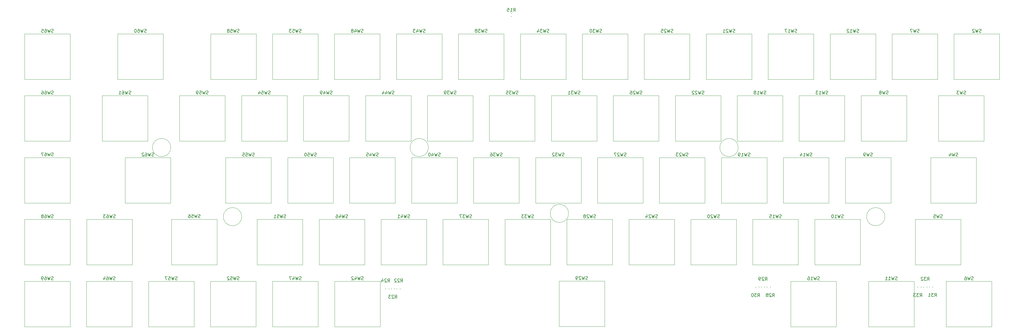
<source format=gbr>
%TF.GenerationSoftware,KiCad,Pcbnew,(5.1.6)-1*%
%TF.CreationDate,2021-08-29T18:58:36-04:00*%
%TF.ProjectId,QAZ_65,51415a5f-3635-42e6-9b69-6361645f7063,v1.2*%
%TF.SameCoordinates,Original*%
%TF.FileFunction,Legend,Bot*%
%TF.FilePolarity,Positive*%
%FSLAX46Y46*%
G04 Gerber Fmt 4.6, Leading zero omitted, Abs format (unit mm)*
G04 Created by KiCad (PCBNEW (5.1.6)-1) date 2021-08-29 18:58:36*
%MOMM*%
%LPD*%
G01*
G04 APERTURE LIST*
%ADD10C,0.120000*%
%ADD11C,0.150000*%
G04 APERTURE END LIST*
D10*
%TO.C,H1*%
X107270000Y-127278000D02*
G75*
G03*
X107270000Y-127278000I-2794000J0D01*
G01*
%TO.C,H6*%
X326270000Y-148528000D02*
G75*
G03*
X326270000Y-148528000I-2794000J0D01*
G01*
%TO.C,H5*%
X186270000Y-127278000D02*
G75*
G03*
X186270000Y-127278000I-2794000J0D01*
G01*
%TO.C,H4*%
X281270000Y-127278000D02*
G75*
G03*
X281270000Y-127278000I-2794000J0D01*
G01*
%TO.C,H3*%
X129020000Y-148528000D02*
G75*
G03*
X129020000Y-148528000I-2794000J0D01*
G01*
%TO.C,H2*%
X229270000Y-147528000D02*
G75*
G03*
X229270000Y-147528000I-2794000J0D01*
G01*
%TO.C,SW63*%
X95451000Y-149343000D02*
X81481000Y-149343000D01*
X81481000Y-149343000D02*
X81481000Y-163313000D01*
X81481000Y-163313000D02*
X95451000Y-163313000D01*
X95451000Y-163313000D02*
X95451000Y-149343000D01*
%TO.C,SW29*%
X240301000Y-182293000D02*
X240301000Y-168323000D01*
X226331000Y-182293000D02*
X240301000Y-182293000D01*
X226331000Y-168323000D02*
X226331000Y-182293000D01*
X240301000Y-168323000D02*
X226331000Y-168323000D01*
%TO.C,SW47*%
X152476000Y-182363000D02*
X152476000Y-168393000D01*
X138506000Y-182363000D02*
X152476000Y-182363000D01*
X138506000Y-168393000D02*
X138506000Y-182363000D01*
X152476000Y-168393000D02*
X138506000Y-168393000D01*
%TO.C,SW52*%
X133426000Y-168393000D02*
X119456000Y-168393000D01*
X119456000Y-168393000D02*
X119456000Y-182363000D01*
X119456000Y-182363000D02*
X133426000Y-182363000D01*
X133426000Y-182363000D02*
X133426000Y-168393000D01*
%TO.C,SW20*%
X280726000Y-163313000D02*
X280726000Y-149343000D01*
X266756000Y-163313000D02*
X280726000Y-163313000D01*
X266756000Y-149343000D02*
X266756000Y-163313000D01*
X280726000Y-149343000D02*
X266756000Y-149343000D01*
%TO.C,R15*%
X211897267Y-85918000D02*
X211554733Y-85918000D01*
X211897267Y-86938000D02*
X211554733Y-86938000D01*
%TO.C,R33*%
X336366000Y-170006733D02*
X336366000Y-170349267D01*
X337386000Y-170006733D02*
X337386000Y-170349267D01*
%TO.C,R32*%
X338116000Y-170006733D02*
X338116000Y-170349267D01*
X339136000Y-170006733D02*
X339136000Y-170349267D01*
%TO.C,R31*%
X339866000Y-170006733D02*
X339866000Y-170349267D01*
X340886000Y-170006733D02*
X340886000Y-170349267D01*
%TO.C,R30*%
X286616000Y-170006733D02*
X286616000Y-170349267D01*
X287636000Y-170006733D02*
X287636000Y-170349267D01*
%TO.C,R29*%
X288366000Y-170006733D02*
X288366000Y-170349267D01*
X289386000Y-170006733D02*
X289386000Y-170349267D01*
%TO.C,R28*%
X290116000Y-170006733D02*
X290116000Y-170349267D01*
X291136000Y-170006733D02*
X291136000Y-170349267D01*
%TO.C,R24*%
X173116000Y-170506733D02*
X173116000Y-170849267D01*
X174136000Y-170506733D02*
X174136000Y-170849267D01*
%TO.C,R23*%
X174866000Y-170506733D02*
X174866000Y-170849267D01*
X175886000Y-170506733D02*
X175886000Y-170849267D01*
%TO.C,R22*%
X176616000Y-170506733D02*
X176616000Y-170849267D01*
X177636000Y-170506733D02*
X177636000Y-170849267D01*
%TO.C,SW24*%
X261726000Y-149343000D02*
X247756000Y-149343000D01*
X247756000Y-149343000D02*
X247756000Y-163313000D01*
X247756000Y-163313000D02*
X261726000Y-163313000D01*
X261726000Y-163313000D02*
X261726000Y-149343000D01*
%TO.C,SW50*%
X157101000Y-144363000D02*
X157101000Y-130393000D01*
X143131000Y-144363000D02*
X157101000Y-144363000D01*
X143131000Y-130393000D02*
X143131000Y-144363000D01*
X157101000Y-130393000D02*
X143131000Y-130393000D01*
%TO.C,SW33*%
X223726000Y-149343000D02*
X209756000Y-149343000D01*
X209756000Y-149343000D02*
X209756000Y-163313000D01*
X209756000Y-163313000D02*
X223726000Y-163313000D01*
X223726000Y-163313000D02*
X223726000Y-149343000D01*
%TO.C,SW2*%
X361451000Y-106313000D02*
X361451000Y-92343000D01*
X347481000Y-106313000D02*
X361451000Y-106313000D01*
X347481000Y-92343000D02*
X347481000Y-106313000D01*
X361451000Y-92343000D02*
X347481000Y-92343000D01*
%TO.C,SW3*%
X356701000Y-125313000D02*
X356701000Y-111343000D01*
X342731000Y-125313000D02*
X356701000Y-125313000D01*
X342731000Y-111343000D02*
X342731000Y-125313000D01*
X356701000Y-111343000D02*
X342731000Y-111343000D01*
%TO.C,SW4*%
X354301000Y-144363000D02*
X354301000Y-130393000D01*
X340331000Y-144363000D02*
X354301000Y-144363000D01*
X340331000Y-130393000D02*
X340331000Y-144363000D01*
X354301000Y-130393000D02*
X340331000Y-130393000D01*
%TO.C,SW5*%
X349551000Y-163338000D02*
X349551000Y-149368000D01*
X335581000Y-163338000D02*
X349551000Y-163338000D01*
X335581000Y-149368000D02*
X335581000Y-163338000D01*
X349551000Y-149368000D02*
X335581000Y-149368000D01*
%TO.C,SW6*%
X359051000Y-168418000D02*
X345081000Y-168418000D01*
X345081000Y-168418000D02*
X345081000Y-182388000D01*
X345081000Y-182388000D02*
X359051000Y-182388000D01*
X359051000Y-182388000D02*
X359051000Y-168418000D01*
%TO.C,SW7*%
X342451000Y-92343000D02*
X328481000Y-92343000D01*
X328481000Y-92343000D02*
X328481000Y-106313000D01*
X328481000Y-106313000D02*
X342451000Y-106313000D01*
X342451000Y-106313000D02*
X342451000Y-92343000D01*
%TO.C,SW11*%
X335226000Y-182388000D02*
X335226000Y-168418000D01*
X321256000Y-182388000D02*
X335226000Y-182388000D01*
X321256000Y-168418000D02*
X321256000Y-182388000D01*
X335226000Y-168418000D02*
X321256000Y-168418000D01*
%TO.C,SW12*%
X323451000Y-106313000D02*
X323451000Y-92343000D01*
X309481000Y-106313000D02*
X323451000Y-106313000D01*
X309481000Y-92343000D02*
X309481000Y-106313000D01*
X323451000Y-92343000D02*
X309481000Y-92343000D01*
%TO.C,SW16*%
X311401000Y-168418000D02*
X297431000Y-168418000D01*
X297431000Y-168418000D02*
X297431000Y-182388000D01*
X297431000Y-182388000D02*
X311401000Y-182388000D01*
X311401000Y-182388000D02*
X311401000Y-168418000D01*
%TO.C,SW17*%
X304451000Y-106313000D02*
X304451000Y-92343000D01*
X290481000Y-106313000D02*
X304451000Y-106313000D01*
X290481000Y-92343000D02*
X290481000Y-106313000D01*
X304451000Y-92343000D02*
X290481000Y-92343000D01*
%TO.C,SW30*%
X247451000Y-92343000D02*
X233481000Y-92343000D01*
X233481000Y-92343000D02*
X233481000Y-106313000D01*
X233481000Y-106313000D02*
X247451000Y-106313000D01*
X247451000Y-106313000D02*
X247451000Y-92343000D01*
%TO.C,SW56*%
X121481000Y-149303000D02*
X107511000Y-149303000D01*
X107511000Y-149303000D02*
X107511000Y-163273000D01*
X107511000Y-163273000D02*
X121481000Y-163273000D01*
X121481000Y-163273000D02*
X121481000Y-149303000D01*
%TO.C,SW57*%
X114426000Y-182363000D02*
X114426000Y-168393000D01*
X100456000Y-182363000D02*
X114426000Y-182363000D01*
X100456000Y-168393000D02*
X100456000Y-182363000D01*
X114426000Y-168393000D02*
X100456000Y-168393000D01*
%TO.C,SW60*%
X104951000Y-92343000D02*
X90981000Y-92343000D01*
X90981000Y-92343000D02*
X90981000Y-106313000D01*
X90981000Y-106313000D02*
X104951000Y-106313000D01*
X104951000Y-106313000D02*
X104951000Y-92343000D01*
%TO.C,SW61*%
X100201000Y-111343000D02*
X86231000Y-111343000D01*
X86231000Y-111343000D02*
X86231000Y-125313000D01*
X86231000Y-125313000D02*
X100201000Y-125313000D01*
X100201000Y-125313000D02*
X100201000Y-111343000D01*
%TO.C,SW62*%
X107251000Y-130383000D02*
X93281000Y-130383000D01*
X93281000Y-130383000D02*
X93281000Y-144353000D01*
X93281000Y-144353000D02*
X107251000Y-144353000D01*
X107251000Y-144353000D02*
X107251000Y-130383000D01*
%TO.C,SW37*%
X204726000Y-163313000D02*
X204726000Y-149343000D01*
X190756000Y-163313000D02*
X204726000Y-163313000D01*
X190756000Y-149343000D02*
X190756000Y-163313000D01*
X204726000Y-149343000D02*
X190756000Y-149343000D01*
%TO.C,SW26*%
X256951000Y-111343000D02*
X242981000Y-111343000D01*
X242981000Y-111343000D02*
X242981000Y-125313000D01*
X242981000Y-125313000D02*
X256951000Y-125313000D01*
X256951000Y-125313000D02*
X256951000Y-111343000D01*
%TO.C,SW41*%
X185726000Y-163313000D02*
X185726000Y-149343000D01*
X171756000Y-163313000D02*
X185726000Y-163313000D01*
X171756000Y-149343000D02*
X171756000Y-163313000D01*
X185726000Y-149343000D02*
X171756000Y-149343000D01*
%TO.C,SW34*%
X228451000Y-92343000D02*
X214481000Y-92343000D01*
X214481000Y-92343000D02*
X214481000Y-106313000D01*
X214481000Y-106313000D02*
X228451000Y-106313000D01*
X228451000Y-106313000D02*
X228451000Y-92343000D01*
%TO.C,SW21*%
X285451000Y-106313000D02*
X285451000Y-92343000D01*
X271481000Y-106313000D02*
X285451000Y-106313000D01*
X271481000Y-92343000D02*
X271481000Y-106313000D01*
X285451000Y-92343000D02*
X271481000Y-92343000D01*
%TO.C,SW25*%
X266451000Y-92343000D02*
X252481000Y-92343000D01*
X252481000Y-92343000D02*
X252481000Y-106313000D01*
X252481000Y-106313000D02*
X266451000Y-106313000D01*
X266451000Y-106313000D02*
X266451000Y-92343000D01*
%TO.C,SW38*%
X209451000Y-106313000D02*
X209451000Y-92343000D01*
X195481000Y-106313000D02*
X209451000Y-106313000D01*
X195481000Y-92343000D02*
X195481000Y-106313000D01*
X209451000Y-92343000D02*
X195481000Y-92343000D01*
%TO.C,SW43*%
X190451000Y-92343000D02*
X176481000Y-92343000D01*
X176481000Y-92343000D02*
X176481000Y-106313000D01*
X176481000Y-106313000D02*
X190451000Y-106313000D01*
X190451000Y-106313000D02*
X190451000Y-92343000D01*
%TO.C,SW48*%
X171451000Y-92343000D02*
X157481000Y-92343000D01*
X157481000Y-92343000D02*
X157481000Y-106313000D01*
X157481000Y-106313000D02*
X171451000Y-106313000D01*
X171451000Y-106313000D02*
X171451000Y-92343000D01*
%TO.C,SW53*%
X152451000Y-106313000D02*
X152451000Y-92343000D01*
X138481000Y-106313000D02*
X152451000Y-106313000D01*
X138481000Y-92343000D02*
X138481000Y-106313000D01*
X152451000Y-92343000D02*
X138481000Y-92343000D01*
%TO.C,SW58*%
X133451000Y-106313000D02*
X133451000Y-92343000D01*
X119481000Y-106313000D02*
X133451000Y-106313000D01*
X119481000Y-92343000D02*
X119481000Y-106313000D01*
X133451000Y-92343000D02*
X119481000Y-92343000D01*
%TO.C,SW65*%
X76451000Y-106313000D02*
X76451000Y-92343000D01*
X62481000Y-106313000D02*
X76451000Y-106313000D01*
X62481000Y-92343000D02*
X62481000Y-106313000D01*
X76451000Y-92343000D02*
X62481000Y-92343000D01*
%TO.C,SW8*%
X332951000Y-125313000D02*
X332951000Y-111343000D01*
X318981000Y-125313000D02*
X332951000Y-125313000D01*
X318981000Y-111343000D02*
X318981000Y-125313000D01*
X332951000Y-111343000D02*
X318981000Y-111343000D01*
%TO.C,SW13*%
X313951000Y-125313000D02*
X313951000Y-111343000D01*
X299981000Y-125313000D02*
X313951000Y-125313000D01*
X299981000Y-111343000D02*
X299981000Y-125313000D01*
X313951000Y-111343000D02*
X299981000Y-111343000D01*
%TO.C,SW18*%
X294951000Y-125313000D02*
X294951000Y-111343000D01*
X280981000Y-125313000D02*
X294951000Y-125313000D01*
X280981000Y-111343000D02*
X280981000Y-125313000D01*
X294951000Y-111343000D02*
X280981000Y-111343000D01*
%TO.C,SW22*%
X275951000Y-125313000D02*
X275951000Y-111343000D01*
X261981000Y-125313000D02*
X275951000Y-125313000D01*
X261981000Y-111343000D02*
X261981000Y-125313000D01*
X275951000Y-111343000D02*
X261981000Y-111343000D01*
%TO.C,SW31*%
X237951000Y-111343000D02*
X223981000Y-111343000D01*
X223981000Y-111343000D02*
X223981000Y-125313000D01*
X223981000Y-125313000D02*
X237951000Y-125313000D01*
X237951000Y-125313000D02*
X237951000Y-111343000D01*
%TO.C,SW35*%
X218951000Y-125313000D02*
X218951000Y-111343000D01*
X204981000Y-125313000D02*
X218951000Y-125313000D01*
X204981000Y-111343000D02*
X204981000Y-125313000D01*
X218951000Y-111343000D02*
X204981000Y-111343000D01*
%TO.C,SW39*%
X199951000Y-111343000D02*
X185981000Y-111343000D01*
X185981000Y-111343000D02*
X185981000Y-125313000D01*
X185981000Y-125313000D02*
X199951000Y-125313000D01*
X199951000Y-125313000D02*
X199951000Y-111343000D01*
%TO.C,SW44*%
X180951000Y-125313000D02*
X180951000Y-111343000D01*
X166981000Y-125313000D02*
X180951000Y-125313000D01*
X166981000Y-111343000D02*
X166981000Y-125313000D01*
X180951000Y-111343000D02*
X166981000Y-111343000D01*
%TO.C,SW49*%
X161951000Y-111343000D02*
X147981000Y-111343000D01*
X147981000Y-111343000D02*
X147981000Y-125313000D01*
X147981000Y-125313000D02*
X161951000Y-125313000D01*
X161951000Y-125313000D02*
X161951000Y-111343000D01*
%TO.C,SW54*%
X142951000Y-111343000D02*
X128981000Y-111343000D01*
X128981000Y-111343000D02*
X128981000Y-125313000D01*
X128981000Y-125313000D02*
X142951000Y-125313000D01*
X142951000Y-125313000D02*
X142951000Y-111343000D01*
%TO.C,SW59*%
X123951000Y-111343000D02*
X109981000Y-111343000D01*
X109981000Y-111343000D02*
X109981000Y-125313000D01*
X109981000Y-125313000D02*
X123951000Y-125313000D01*
X123951000Y-125313000D02*
X123951000Y-111343000D01*
%TO.C,SW66*%
X76451000Y-125313000D02*
X76451000Y-111343000D01*
X62481000Y-125313000D02*
X76451000Y-125313000D01*
X62481000Y-111343000D02*
X62481000Y-125313000D01*
X76451000Y-111343000D02*
X62481000Y-111343000D01*
%TO.C,SW9*%
X328101000Y-144363000D02*
X328101000Y-130393000D01*
X314131000Y-144363000D02*
X328101000Y-144363000D01*
X314131000Y-130393000D02*
X314131000Y-144363000D01*
X328101000Y-130393000D02*
X314131000Y-130393000D01*
%TO.C,SW14*%
X309101000Y-144363000D02*
X309101000Y-130393000D01*
X295131000Y-144363000D02*
X309101000Y-144363000D01*
X295131000Y-130393000D02*
X295131000Y-144363000D01*
X309101000Y-130393000D02*
X295131000Y-130393000D01*
%TO.C,SW19*%
X290101000Y-144363000D02*
X290101000Y-130393000D01*
X276131000Y-144363000D02*
X290101000Y-144363000D01*
X276131000Y-130393000D02*
X276131000Y-144363000D01*
X290101000Y-130393000D02*
X276131000Y-130393000D01*
%TO.C,SW23*%
X271101000Y-144363000D02*
X271101000Y-130393000D01*
X257131000Y-144363000D02*
X271101000Y-144363000D01*
X257131000Y-130393000D02*
X257131000Y-144363000D01*
X271101000Y-130393000D02*
X257131000Y-130393000D01*
%TO.C,SW27*%
X252101000Y-130393000D02*
X238131000Y-130393000D01*
X238131000Y-130393000D02*
X238131000Y-144363000D01*
X238131000Y-144363000D02*
X252101000Y-144363000D01*
X252101000Y-144363000D02*
X252101000Y-130393000D01*
%TO.C,SW32*%
X233101000Y-130393000D02*
X219131000Y-130393000D01*
X219131000Y-130393000D02*
X219131000Y-144363000D01*
X219131000Y-144363000D02*
X233101000Y-144363000D01*
X233101000Y-144363000D02*
X233101000Y-130393000D01*
%TO.C,SW36*%
X214101000Y-130393000D02*
X200131000Y-130393000D01*
X200131000Y-130393000D02*
X200131000Y-144363000D01*
X200131000Y-144363000D02*
X214101000Y-144363000D01*
X214101000Y-144363000D02*
X214101000Y-130393000D01*
%TO.C,SW40*%
X195101000Y-130393000D02*
X181131000Y-130393000D01*
X181131000Y-130393000D02*
X181131000Y-144363000D01*
X181131000Y-144363000D02*
X195101000Y-144363000D01*
X195101000Y-144363000D02*
X195101000Y-130393000D01*
%TO.C,SW45*%
X176101000Y-130393000D02*
X162131000Y-130393000D01*
X162131000Y-130393000D02*
X162131000Y-144363000D01*
X162131000Y-144363000D02*
X176101000Y-144363000D01*
X176101000Y-144363000D02*
X176101000Y-130393000D01*
%TO.C,SW55*%
X138101000Y-130393000D02*
X124131000Y-130393000D01*
X124131000Y-130393000D02*
X124131000Y-144363000D01*
X124131000Y-144363000D02*
X138101000Y-144363000D01*
X138101000Y-144363000D02*
X138101000Y-130393000D01*
%TO.C,SW67*%
X76451000Y-144313000D02*
X76451000Y-130343000D01*
X62481000Y-144313000D02*
X76451000Y-144313000D01*
X62481000Y-130343000D02*
X62481000Y-144313000D01*
X76451000Y-130343000D02*
X62481000Y-130343000D01*
%TO.C,SW10*%
X318726000Y-149343000D02*
X304756000Y-149343000D01*
X304756000Y-149343000D02*
X304756000Y-163313000D01*
X304756000Y-163313000D02*
X318726000Y-163313000D01*
X318726000Y-163313000D02*
X318726000Y-149343000D01*
%TO.C,SW15*%
X299726000Y-149343000D02*
X285756000Y-149343000D01*
X285756000Y-149343000D02*
X285756000Y-163313000D01*
X285756000Y-163313000D02*
X299726000Y-163313000D01*
X299726000Y-163313000D02*
X299726000Y-149343000D01*
%TO.C,SW28*%
X242726000Y-149343000D02*
X228756000Y-149343000D01*
X228756000Y-149343000D02*
X228756000Y-163313000D01*
X228756000Y-163313000D02*
X242726000Y-163313000D01*
X242726000Y-163313000D02*
X242726000Y-149343000D01*
%TO.C,SW46*%
X166726000Y-149343000D02*
X152756000Y-149343000D01*
X152756000Y-149343000D02*
X152756000Y-163313000D01*
X152756000Y-163313000D02*
X166726000Y-163313000D01*
X166726000Y-163313000D02*
X166726000Y-149343000D01*
%TO.C,SW51*%
X147726000Y-149343000D02*
X133756000Y-149343000D01*
X133756000Y-149343000D02*
X133756000Y-163313000D01*
X133756000Y-163313000D02*
X147726000Y-163313000D01*
X147726000Y-163313000D02*
X147726000Y-149343000D01*
%TO.C,SW68*%
X76451000Y-149343000D02*
X62481000Y-149343000D01*
X62481000Y-149343000D02*
X62481000Y-163313000D01*
X62481000Y-163313000D02*
X76451000Y-163313000D01*
X76451000Y-163313000D02*
X76451000Y-149343000D01*
%TO.C,SW42*%
X171526000Y-168393000D02*
X157556000Y-168393000D01*
X157556000Y-168393000D02*
X157556000Y-182363000D01*
X157556000Y-182363000D02*
X171526000Y-182363000D01*
X171526000Y-182363000D02*
X171526000Y-168393000D01*
%TO.C,SW64*%
X95426000Y-182363000D02*
X95426000Y-168393000D01*
X81456000Y-182363000D02*
X95426000Y-182363000D01*
X81456000Y-168393000D02*
X81456000Y-182363000D01*
X95426000Y-168393000D02*
X81456000Y-168393000D01*
%TO.C,SW69*%
X76426000Y-182363000D02*
X76426000Y-168393000D01*
X62456000Y-182363000D02*
X76426000Y-182363000D01*
X62456000Y-168393000D02*
X62456000Y-182363000D01*
X76426000Y-168393000D02*
X62456000Y-168393000D01*
%TO.C,SW63*%
D11*
X90275523Y-148858761D02*
X90132666Y-148906380D01*
X89894571Y-148906380D01*
X89799333Y-148858761D01*
X89751714Y-148811142D01*
X89704095Y-148715904D01*
X89704095Y-148620666D01*
X89751714Y-148525428D01*
X89799333Y-148477809D01*
X89894571Y-148430190D01*
X90085047Y-148382571D01*
X90180285Y-148334952D01*
X90227904Y-148287333D01*
X90275523Y-148192095D01*
X90275523Y-148096857D01*
X90227904Y-148001619D01*
X90180285Y-147954000D01*
X90085047Y-147906380D01*
X89846952Y-147906380D01*
X89704095Y-147954000D01*
X89370761Y-147906380D02*
X89132666Y-148906380D01*
X88942190Y-148192095D01*
X88751714Y-148906380D01*
X88513619Y-147906380D01*
X87704095Y-147906380D02*
X87894571Y-147906380D01*
X87989809Y-147954000D01*
X88037428Y-148001619D01*
X88132666Y-148144476D01*
X88180285Y-148334952D01*
X88180285Y-148715904D01*
X88132666Y-148811142D01*
X88085047Y-148858761D01*
X87989809Y-148906380D01*
X87799333Y-148906380D01*
X87704095Y-148858761D01*
X87656476Y-148811142D01*
X87608857Y-148715904D01*
X87608857Y-148477809D01*
X87656476Y-148382571D01*
X87704095Y-148334952D01*
X87799333Y-148287333D01*
X87989809Y-148287333D01*
X88085047Y-148334952D01*
X88132666Y-148382571D01*
X88180285Y-148477809D01*
X87275523Y-147906380D02*
X86656476Y-147906380D01*
X86989809Y-148287333D01*
X86846952Y-148287333D01*
X86751714Y-148334952D01*
X86704095Y-148382571D01*
X86656476Y-148477809D01*
X86656476Y-148715904D01*
X86704095Y-148811142D01*
X86751714Y-148858761D01*
X86846952Y-148906380D01*
X87132666Y-148906380D01*
X87227904Y-148858761D01*
X87275523Y-148811142D01*
%TO.C,SW29*%
X235125523Y-167838761D02*
X234982666Y-167886380D01*
X234744571Y-167886380D01*
X234649333Y-167838761D01*
X234601714Y-167791142D01*
X234554095Y-167695904D01*
X234554095Y-167600666D01*
X234601714Y-167505428D01*
X234649333Y-167457809D01*
X234744571Y-167410190D01*
X234935047Y-167362571D01*
X235030285Y-167314952D01*
X235077904Y-167267333D01*
X235125523Y-167172095D01*
X235125523Y-167076857D01*
X235077904Y-166981619D01*
X235030285Y-166934000D01*
X234935047Y-166886380D01*
X234696952Y-166886380D01*
X234554095Y-166934000D01*
X234220761Y-166886380D02*
X233982666Y-167886380D01*
X233792190Y-167172095D01*
X233601714Y-167886380D01*
X233363619Y-166886380D01*
X233030285Y-166981619D02*
X232982666Y-166934000D01*
X232887428Y-166886380D01*
X232649333Y-166886380D01*
X232554095Y-166934000D01*
X232506476Y-166981619D01*
X232458857Y-167076857D01*
X232458857Y-167172095D01*
X232506476Y-167314952D01*
X233077904Y-167886380D01*
X232458857Y-167886380D01*
X231982666Y-167886380D02*
X231792190Y-167886380D01*
X231696952Y-167838761D01*
X231649333Y-167791142D01*
X231554095Y-167648285D01*
X231506476Y-167457809D01*
X231506476Y-167076857D01*
X231554095Y-166981619D01*
X231601714Y-166934000D01*
X231696952Y-166886380D01*
X231887428Y-166886380D01*
X231982666Y-166934000D01*
X232030285Y-166981619D01*
X232077904Y-167076857D01*
X232077904Y-167314952D01*
X232030285Y-167410190D01*
X231982666Y-167457809D01*
X231887428Y-167505428D01*
X231696952Y-167505428D01*
X231601714Y-167457809D01*
X231554095Y-167410190D01*
X231506476Y-167314952D01*
%TO.C,SW47*%
X147300523Y-167908761D02*
X147157666Y-167956380D01*
X146919571Y-167956380D01*
X146824333Y-167908761D01*
X146776714Y-167861142D01*
X146729095Y-167765904D01*
X146729095Y-167670666D01*
X146776714Y-167575428D01*
X146824333Y-167527809D01*
X146919571Y-167480190D01*
X147110047Y-167432571D01*
X147205285Y-167384952D01*
X147252904Y-167337333D01*
X147300523Y-167242095D01*
X147300523Y-167146857D01*
X147252904Y-167051619D01*
X147205285Y-167004000D01*
X147110047Y-166956380D01*
X146871952Y-166956380D01*
X146729095Y-167004000D01*
X146395761Y-166956380D02*
X146157666Y-167956380D01*
X145967190Y-167242095D01*
X145776714Y-167956380D01*
X145538619Y-166956380D01*
X144729095Y-167289714D02*
X144729095Y-167956380D01*
X144967190Y-166908761D02*
X145205285Y-167623047D01*
X144586238Y-167623047D01*
X144300523Y-166956380D02*
X143633857Y-166956380D01*
X144062428Y-167956380D01*
%TO.C,SW52*%
X128250523Y-167908761D02*
X128107666Y-167956380D01*
X127869571Y-167956380D01*
X127774333Y-167908761D01*
X127726714Y-167861142D01*
X127679095Y-167765904D01*
X127679095Y-167670666D01*
X127726714Y-167575428D01*
X127774333Y-167527809D01*
X127869571Y-167480190D01*
X128060047Y-167432571D01*
X128155285Y-167384952D01*
X128202904Y-167337333D01*
X128250523Y-167242095D01*
X128250523Y-167146857D01*
X128202904Y-167051619D01*
X128155285Y-167004000D01*
X128060047Y-166956380D01*
X127821952Y-166956380D01*
X127679095Y-167004000D01*
X127345761Y-166956380D02*
X127107666Y-167956380D01*
X126917190Y-167242095D01*
X126726714Y-167956380D01*
X126488619Y-166956380D01*
X125631476Y-166956380D02*
X126107666Y-166956380D01*
X126155285Y-167432571D01*
X126107666Y-167384952D01*
X126012428Y-167337333D01*
X125774333Y-167337333D01*
X125679095Y-167384952D01*
X125631476Y-167432571D01*
X125583857Y-167527809D01*
X125583857Y-167765904D01*
X125631476Y-167861142D01*
X125679095Y-167908761D01*
X125774333Y-167956380D01*
X126012428Y-167956380D01*
X126107666Y-167908761D01*
X126155285Y-167861142D01*
X125202904Y-167051619D02*
X125155285Y-167004000D01*
X125060047Y-166956380D01*
X124821952Y-166956380D01*
X124726714Y-167004000D01*
X124679095Y-167051619D01*
X124631476Y-167146857D01*
X124631476Y-167242095D01*
X124679095Y-167384952D01*
X125250523Y-167956380D01*
X124631476Y-167956380D01*
%TO.C,SW20*%
X275550523Y-148858761D02*
X275407666Y-148906380D01*
X275169571Y-148906380D01*
X275074333Y-148858761D01*
X275026714Y-148811142D01*
X274979095Y-148715904D01*
X274979095Y-148620666D01*
X275026714Y-148525428D01*
X275074333Y-148477809D01*
X275169571Y-148430190D01*
X275360047Y-148382571D01*
X275455285Y-148334952D01*
X275502904Y-148287333D01*
X275550523Y-148192095D01*
X275550523Y-148096857D01*
X275502904Y-148001619D01*
X275455285Y-147954000D01*
X275360047Y-147906380D01*
X275121952Y-147906380D01*
X274979095Y-147954000D01*
X274645761Y-147906380D02*
X274407666Y-148906380D01*
X274217190Y-148192095D01*
X274026714Y-148906380D01*
X273788619Y-147906380D01*
X273455285Y-148001619D02*
X273407666Y-147954000D01*
X273312428Y-147906380D01*
X273074333Y-147906380D01*
X272979095Y-147954000D01*
X272931476Y-148001619D01*
X272883857Y-148096857D01*
X272883857Y-148192095D01*
X272931476Y-148334952D01*
X273502904Y-148906380D01*
X272883857Y-148906380D01*
X272264809Y-147906380D02*
X272169571Y-147906380D01*
X272074333Y-147954000D01*
X272026714Y-148001619D01*
X271979095Y-148096857D01*
X271931476Y-148287333D01*
X271931476Y-148525428D01*
X271979095Y-148715904D01*
X272026714Y-148811142D01*
X272074333Y-148858761D01*
X272169571Y-148906380D01*
X272264809Y-148906380D01*
X272360047Y-148858761D01*
X272407666Y-148811142D01*
X272455285Y-148715904D01*
X272502904Y-148525428D01*
X272502904Y-148287333D01*
X272455285Y-148096857D01*
X272407666Y-148001619D01*
X272360047Y-147954000D01*
X272264809Y-147906380D01*
%TO.C,R15*%
X212368857Y-85450380D02*
X212702190Y-84974190D01*
X212940285Y-85450380D02*
X212940285Y-84450380D01*
X212559333Y-84450380D01*
X212464095Y-84498000D01*
X212416476Y-84545619D01*
X212368857Y-84640857D01*
X212368857Y-84783714D01*
X212416476Y-84878952D01*
X212464095Y-84926571D01*
X212559333Y-84974190D01*
X212940285Y-84974190D01*
X211416476Y-85450380D02*
X211987904Y-85450380D01*
X211702190Y-85450380D02*
X211702190Y-84450380D01*
X211797428Y-84593238D01*
X211892666Y-84688476D01*
X211987904Y-84736095D01*
X210511714Y-84450380D02*
X210987904Y-84450380D01*
X211035523Y-84926571D01*
X210987904Y-84878952D01*
X210892666Y-84831333D01*
X210654571Y-84831333D01*
X210559333Y-84878952D01*
X210511714Y-84926571D01*
X210464095Y-85021809D01*
X210464095Y-85259904D01*
X210511714Y-85355142D01*
X210559333Y-85402761D01*
X210654571Y-85450380D01*
X210892666Y-85450380D01*
X210987904Y-85402761D01*
X211035523Y-85355142D01*
%TO.C,R33*%
X337018857Y-173130380D02*
X337352190Y-172654190D01*
X337590285Y-173130380D02*
X337590285Y-172130380D01*
X337209333Y-172130380D01*
X337114095Y-172178000D01*
X337066476Y-172225619D01*
X337018857Y-172320857D01*
X337018857Y-172463714D01*
X337066476Y-172558952D01*
X337114095Y-172606571D01*
X337209333Y-172654190D01*
X337590285Y-172654190D01*
X336685523Y-172130380D02*
X336066476Y-172130380D01*
X336399809Y-172511333D01*
X336256952Y-172511333D01*
X336161714Y-172558952D01*
X336114095Y-172606571D01*
X336066476Y-172701809D01*
X336066476Y-172939904D01*
X336114095Y-173035142D01*
X336161714Y-173082761D01*
X336256952Y-173130380D01*
X336542666Y-173130380D01*
X336637904Y-173082761D01*
X336685523Y-173035142D01*
X335733142Y-172130380D02*
X335114095Y-172130380D01*
X335447428Y-172511333D01*
X335304571Y-172511333D01*
X335209333Y-172558952D01*
X335161714Y-172606571D01*
X335114095Y-172701809D01*
X335114095Y-172939904D01*
X335161714Y-173035142D01*
X335209333Y-173082761D01*
X335304571Y-173130380D01*
X335590285Y-173130380D01*
X335685523Y-173082761D01*
X335733142Y-173035142D01*
%TO.C,R32*%
X339268857Y-168130380D02*
X339602190Y-167654190D01*
X339840285Y-168130380D02*
X339840285Y-167130380D01*
X339459333Y-167130380D01*
X339364095Y-167178000D01*
X339316476Y-167225619D01*
X339268857Y-167320857D01*
X339268857Y-167463714D01*
X339316476Y-167558952D01*
X339364095Y-167606571D01*
X339459333Y-167654190D01*
X339840285Y-167654190D01*
X338935523Y-167130380D02*
X338316476Y-167130380D01*
X338649809Y-167511333D01*
X338506952Y-167511333D01*
X338411714Y-167558952D01*
X338364095Y-167606571D01*
X338316476Y-167701809D01*
X338316476Y-167939904D01*
X338364095Y-168035142D01*
X338411714Y-168082761D01*
X338506952Y-168130380D01*
X338792666Y-168130380D01*
X338887904Y-168082761D01*
X338935523Y-168035142D01*
X337935523Y-167225619D02*
X337887904Y-167178000D01*
X337792666Y-167130380D01*
X337554571Y-167130380D01*
X337459333Y-167178000D01*
X337411714Y-167225619D01*
X337364095Y-167320857D01*
X337364095Y-167416095D01*
X337411714Y-167558952D01*
X337983142Y-168130380D01*
X337364095Y-168130380D01*
%TO.C,R31*%
X341518857Y-173080380D02*
X341852190Y-172604190D01*
X342090285Y-173080380D02*
X342090285Y-172080380D01*
X341709333Y-172080380D01*
X341614095Y-172128000D01*
X341566476Y-172175619D01*
X341518857Y-172270857D01*
X341518857Y-172413714D01*
X341566476Y-172508952D01*
X341614095Y-172556571D01*
X341709333Y-172604190D01*
X342090285Y-172604190D01*
X341185523Y-172080380D02*
X340566476Y-172080380D01*
X340899809Y-172461333D01*
X340756952Y-172461333D01*
X340661714Y-172508952D01*
X340614095Y-172556571D01*
X340566476Y-172651809D01*
X340566476Y-172889904D01*
X340614095Y-172985142D01*
X340661714Y-173032761D01*
X340756952Y-173080380D01*
X341042666Y-173080380D01*
X341137904Y-173032761D01*
X341185523Y-172985142D01*
X339614095Y-173080380D02*
X340185523Y-173080380D01*
X339899809Y-173080380D02*
X339899809Y-172080380D01*
X339995047Y-172223238D01*
X340090285Y-172318476D01*
X340185523Y-172366095D01*
%TO.C,R30*%
X287268857Y-173130380D02*
X287602190Y-172654190D01*
X287840285Y-173130380D02*
X287840285Y-172130380D01*
X287459333Y-172130380D01*
X287364095Y-172178000D01*
X287316476Y-172225619D01*
X287268857Y-172320857D01*
X287268857Y-172463714D01*
X287316476Y-172558952D01*
X287364095Y-172606571D01*
X287459333Y-172654190D01*
X287840285Y-172654190D01*
X286935523Y-172130380D02*
X286316476Y-172130380D01*
X286649809Y-172511333D01*
X286506952Y-172511333D01*
X286411714Y-172558952D01*
X286364095Y-172606571D01*
X286316476Y-172701809D01*
X286316476Y-172939904D01*
X286364095Y-173035142D01*
X286411714Y-173082761D01*
X286506952Y-173130380D01*
X286792666Y-173130380D01*
X286887904Y-173082761D01*
X286935523Y-173035142D01*
X285697428Y-172130380D02*
X285602190Y-172130380D01*
X285506952Y-172178000D01*
X285459333Y-172225619D01*
X285411714Y-172320857D01*
X285364095Y-172511333D01*
X285364095Y-172749428D01*
X285411714Y-172939904D01*
X285459333Y-173035142D01*
X285506952Y-173082761D01*
X285602190Y-173130380D01*
X285697428Y-173130380D01*
X285792666Y-173082761D01*
X285840285Y-173035142D01*
X285887904Y-172939904D01*
X285935523Y-172749428D01*
X285935523Y-172511333D01*
X285887904Y-172320857D01*
X285840285Y-172225619D01*
X285792666Y-172178000D01*
X285697428Y-172130380D01*
%TO.C,R29*%
X289518857Y-168130380D02*
X289852190Y-167654190D01*
X290090285Y-168130380D02*
X290090285Y-167130380D01*
X289709333Y-167130380D01*
X289614095Y-167178000D01*
X289566476Y-167225619D01*
X289518857Y-167320857D01*
X289518857Y-167463714D01*
X289566476Y-167558952D01*
X289614095Y-167606571D01*
X289709333Y-167654190D01*
X290090285Y-167654190D01*
X289137904Y-167225619D02*
X289090285Y-167178000D01*
X288995047Y-167130380D01*
X288756952Y-167130380D01*
X288661714Y-167178000D01*
X288614095Y-167225619D01*
X288566476Y-167320857D01*
X288566476Y-167416095D01*
X288614095Y-167558952D01*
X289185523Y-168130380D01*
X288566476Y-168130380D01*
X288090285Y-168130380D02*
X287899809Y-168130380D01*
X287804571Y-168082761D01*
X287756952Y-168035142D01*
X287661714Y-167892285D01*
X287614095Y-167701809D01*
X287614095Y-167320857D01*
X287661714Y-167225619D01*
X287709333Y-167178000D01*
X287804571Y-167130380D01*
X287995047Y-167130380D01*
X288090285Y-167178000D01*
X288137904Y-167225619D01*
X288185523Y-167320857D01*
X288185523Y-167558952D01*
X288137904Y-167654190D01*
X288090285Y-167701809D01*
X287995047Y-167749428D01*
X287804571Y-167749428D01*
X287709333Y-167701809D01*
X287661714Y-167654190D01*
X287614095Y-167558952D01*
%TO.C,R28*%
X291768857Y-173130380D02*
X292102190Y-172654190D01*
X292340285Y-173130380D02*
X292340285Y-172130380D01*
X291959333Y-172130380D01*
X291864095Y-172178000D01*
X291816476Y-172225619D01*
X291768857Y-172320857D01*
X291768857Y-172463714D01*
X291816476Y-172558952D01*
X291864095Y-172606571D01*
X291959333Y-172654190D01*
X292340285Y-172654190D01*
X291387904Y-172225619D02*
X291340285Y-172178000D01*
X291245047Y-172130380D01*
X291006952Y-172130380D01*
X290911714Y-172178000D01*
X290864095Y-172225619D01*
X290816476Y-172320857D01*
X290816476Y-172416095D01*
X290864095Y-172558952D01*
X291435523Y-173130380D01*
X290816476Y-173130380D01*
X290245047Y-172558952D02*
X290340285Y-172511333D01*
X290387904Y-172463714D01*
X290435523Y-172368476D01*
X290435523Y-172320857D01*
X290387904Y-172225619D01*
X290340285Y-172178000D01*
X290245047Y-172130380D01*
X290054571Y-172130380D01*
X289959333Y-172178000D01*
X289911714Y-172225619D01*
X289864095Y-172320857D01*
X289864095Y-172368476D01*
X289911714Y-172463714D01*
X289959333Y-172511333D01*
X290054571Y-172558952D01*
X290245047Y-172558952D01*
X290340285Y-172606571D01*
X290387904Y-172654190D01*
X290435523Y-172749428D01*
X290435523Y-172939904D01*
X290387904Y-173035142D01*
X290340285Y-173082761D01*
X290245047Y-173130380D01*
X290054571Y-173130380D01*
X289959333Y-173082761D01*
X289911714Y-173035142D01*
X289864095Y-172939904D01*
X289864095Y-172749428D01*
X289911714Y-172654190D01*
X289959333Y-172606571D01*
X290054571Y-172558952D01*
%TO.C,R24*%
X173768857Y-168630380D02*
X174102190Y-168154190D01*
X174340285Y-168630380D02*
X174340285Y-167630380D01*
X173959333Y-167630380D01*
X173864095Y-167678000D01*
X173816476Y-167725619D01*
X173768857Y-167820857D01*
X173768857Y-167963714D01*
X173816476Y-168058952D01*
X173864095Y-168106571D01*
X173959333Y-168154190D01*
X174340285Y-168154190D01*
X173387904Y-167725619D02*
X173340285Y-167678000D01*
X173245047Y-167630380D01*
X173006952Y-167630380D01*
X172911714Y-167678000D01*
X172864095Y-167725619D01*
X172816476Y-167820857D01*
X172816476Y-167916095D01*
X172864095Y-168058952D01*
X173435523Y-168630380D01*
X172816476Y-168630380D01*
X171959333Y-167963714D02*
X171959333Y-168630380D01*
X172197428Y-167582761D02*
X172435523Y-168297047D01*
X171816476Y-168297047D01*
%TO.C,R23*%
X176018857Y-173630380D02*
X176352190Y-173154190D01*
X176590285Y-173630380D02*
X176590285Y-172630380D01*
X176209333Y-172630380D01*
X176114095Y-172678000D01*
X176066476Y-172725619D01*
X176018857Y-172820857D01*
X176018857Y-172963714D01*
X176066476Y-173058952D01*
X176114095Y-173106571D01*
X176209333Y-173154190D01*
X176590285Y-173154190D01*
X175637904Y-172725619D02*
X175590285Y-172678000D01*
X175495047Y-172630380D01*
X175256952Y-172630380D01*
X175161714Y-172678000D01*
X175114095Y-172725619D01*
X175066476Y-172820857D01*
X175066476Y-172916095D01*
X175114095Y-173058952D01*
X175685523Y-173630380D01*
X175066476Y-173630380D01*
X174733142Y-172630380D02*
X174114095Y-172630380D01*
X174447428Y-173011333D01*
X174304571Y-173011333D01*
X174209333Y-173058952D01*
X174161714Y-173106571D01*
X174114095Y-173201809D01*
X174114095Y-173439904D01*
X174161714Y-173535142D01*
X174209333Y-173582761D01*
X174304571Y-173630380D01*
X174590285Y-173630380D01*
X174685523Y-173582761D01*
X174733142Y-173535142D01*
%TO.C,R22*%
X177768857Y-168630380D02*
X178102190Y-168154190D01*
X178340285Y-168630380D02*
X178340285Y-167630380D01*
X177959333Y-167630380D01*
X177864095Y-167678000D01*
X177816476Y-167725619D01*
X177768857Y-167820857D01*
X177768857Y-167963714D01*
X177816476Y-168058952D01*
X177864095Y-168106571D01*
X177959333Y-168154190D01*
X178340285Y-168154190D01*
X177387904Y-167725619D02*
X177340285Y-167678000D01*
X177245047Y-167630380D01*
X177006952Y-167630380D01*
X176911714Y-167678000D01*
X176864095Y-167725619D01*
X176816476Y-167820857D01*
X176816476Y-167916095D01*
X176864095Y-168058952D01*
X177435523Y-168630380D01*
X176816476Y-168630380D01*
X176435523Y-167725619D02*
X176387904Y-167678000D01*
X176292666Y-167630380D01*
X176054571Y-167630380D01*
X175959333Y-167678000D01*
X175911714Y-167725619D01*
X175864095Y-167820857D01*
X175864095Y-167916095D01*
X175911714Y-168058952D01*
X176483142Y-168630380D01*
X175864095Y-168630380D01*
%TO.C,SW24*%
X256550523Y-148858761D02*
X256407666Y-148906380D01*
X256169571Y-148906380D01*
X256074333Y-148858761D01*
X256026714Y-148811142D01*
X255979095Y-148715904D01*
X255979095Y-148620666D01*
X256026714Y-148525428D01*
X256074333Y-148477809D01*
X256169571Y-148430190D01*
X256360047Y-148382571D01*
X256455285Y-148334952D01*
X256502904Y-148287333D01*
X256550523Y-148192095D01*
X256550523Y-148096857D01*
X256502904Y-148001619D01*
X256455285Y-147954000D01*
X256360047Y-147906380D01*
X256121952Y-147906380D01*
X255979095Y-147954000D01*
X255645761Y-147906380D02*
X255407666Y-148906380D01*
X255217190Y-148192095D01*
X255026714Y-148906380D01*
X254788619Y-147906380D01*
X254455285Y-148001619D02*
X254407666Y-147954000D01*
X254312428Y-147906380D01*
X254074333Y-147906380D01*
X253979095Y-147954000D01*
X253931476Y-148001619D01*
X253883857Y-148096857D01*
X253883857Y-148192095D01*
X253931476Y-148334952D01*
X254502904Y-148906380D01*
X253883857Y-148906380D01*
X253026714Y-148239714D02*
X253026714Y-148906380D01*
X253264809Y-147858761D02*
X253502904Y-148573047D01*
X252883857Y-148573047D01*
%TO.C,SW50*%
X151925523Y-129908761D02*
X151782666Y-129956380D01*
X151544571Y-129956380D01*
X151449333Y-129908761D01*
X151401714Y-129861142D01*
X151354095Y-129765904D01*
X151354095Y-129670666D01*
X151401714Y-129575428D01*
X151449333Y-129527809D01*
X151544571Y-129480190D01*
X151735047Y-129432571D01*
X151830285Y-129384952D01*
X151877904Y-129337333D01*
X151925523Y-129242095D01*
X151925523Y-129146857D01*
X151877904Y-129051619D01*
X151830285Y-129004000D01*
X151735047Y-128956380D01*
X151496952Y-128956380D01*
X151354095Y-129004000D01*
X151020761Y-128956380D02*
X150782666Y-129956380D01*
X150592190Y-129242095D01*
X150401714Y-129956380D01*
X150163619Y-128956380D01*
X149306476Y-128956380D02*
X149782666Y-128956380D01*
X149830285Y-129432571D01*
X149782666Y-129384952D01*
X149687428Y-129337333D01*
X149449333Y-129337333D01*
X149354095Y-129384952D01*
X149306476Y-129432571D01*
X149258857Y-129527809D01*
X149258857Y-129765904D01*
X149306476Y-129861142D01*
X149354095Y-129908761D01*
X149449333Y-129956380D01*
X149687428Y-129956380D01*
X149782666Y-129908761D01*
X149830285Y-129861142D01*
X148639809Y-128956380D02*
X148544571Y-128956380D01*
X148449333Y-129004000D01*
X148401714Y-129051619D01*
X148354095Y-129146857D01*
X148306476Y-129337333D01*
X148306476Y-129575428D01*
X148354095Y-129765904D01*
X148401714Y-129861142D01*
X148449333Y-129908761D01*
X148544571Y-129956380D01*
X148639809Y-129956380D01*
X148735047Y-129908761D01*
X148782666Y-129861142D01*
X148830285Y-129765904D01*
X148877904Y-129575428D01*
X148877904Y-129337333D01*
X148830285Y-129146857D01*
X148782666Y-129051619D01*
X148735047Y-129004000D01*
X148639809Y-128956380D01*
%TO.C,SW33*%
X218550523Y-148858761D02*
X218407666Y-148906380D01*
X218169571Y-148906380D01*
X218074333Y-148858761D01*
X218026714Y-148811142D01*
X217979095Y-148715904D01*
X217979095Y-148620666D01*
X218026714Y-148525428D01*
X218074333Y-148477809D01*
X218169571Y-148430190D01*
X218360047Y-148382571D01*
X218455285Y-148334952D01*
X218502904Y-148287333D01*
X218550523Y-148192095D01*
X218550523Y-148096857D01*
X218502904Y-148001619D01*
X218455285Y-147954000D01*
X218360047Y-147906380D01*
X218121952Y-147906380D01*
X217979095Y-147954000D01*
X217645761Y-147906380D02*
X217407666Y-148906380D01*
X217217190Y-148192095D01*
X217026714Y-148906380D01*
X216788619Y-147906380D01*
X216502904Y-147906380D02*
X215883857Y-147906380D01*
X216217190Y-148287333D01*
X216074333Y-148287333D01*
X215979095Y-148334952D01*
X215931476Y-148382571D01*
X215883857Y-148477809D01*
X215883857Y-148715904D01*
X215931476Y-148811142D01*
X215979095Y-148858761D01*
X216074333Y-148906380D01*
X216360047Y-148906380D01*
X216455285Y-148858761D01*
X216502904Y-148811142D01*
X215550523Y-147906380D02*
X214931476Y-147906380D01*
X215264809Y-148287333D01*
X215121952Y-148287333D01*
X215026714Y-148334952D01*
X214979095Y-148382571D01*
X214931476Y-148477809D01*
X214931476Y-148715904D01*
X214979095Y-148811142D01*
X215026714Y-148858761D01*
X215121952Y-148906380D01*
X215407666Y-148906380D01*
X215502904Y-148858761D01*
X215550523Y-148811142D01*
%TO.C,SW2*%
X355799333Y-91858761D02*
X355656476Y-91906380D01*
X355418380Y-91906380D01*
X355323142Y-91858761D01*
X355275523Y-91811142D01*
X355227904Y-91715904D01*
X355227904Y-91620666D01*
X355275523Y-91525428D01*
X355323142Y-91477809D01*
X355418380Y-91430190D01*
X355608857Y-91382571D01*
X355704095Y-91334952D01*
X355751714Y-91287333D01*
X355799333Y-91192095D01*
X355799333Y-91096857D01*
X355751714Y-91001619D01*
X355704095Y-90954000D01*
X355608857Y-90906380D01*
X355370761Y-90906380D01*
X355227904Y-90954000D01*
X354894571Y-90906380D02*
X354656476Y-91906380D01*
X354466000Y-91192095D01*
X354275523Y-91906380D01*
X354037428Y-90906380D01*
X353704095Y-91001619D02*
X353656476Y-90954000D01*
X353561238Y-90906380D01*
X353323142Y-90906380D01*
X353227904Y-90954000D01*
X353180285Y-91001619D01*
X353132666Y-91096857D01*
X353132666Y-91192095D01*
X353180285Y-91334952D01*
X353751714Y-91906380D01*
X353132666Y-91906380D01*
%TO.C,SW3*%
X351049333Y-110858761D02*
X350906476Y-110906380D01*
X350668380Y-110906380D01*
X350573142Y-110858761D01*
X350525523Y-110811142D01*
X350477904Y-110715904D01*
X350477904Y-110620666D01*
X350525523Y-110525428D01*
X350573142Y-110477809D01*
X350668380Y-110430190D01*
X350858857Y-110382571D01*
X350954095Y-110334952D01*
X351001714Y-110287333D01*
X351049333Y-110192095D01*
X351049333Y-110096857D01*
X351001714Y-110001619D01*
X350954095Y-109954000D01*
X350858857Y-109906380D01*
X350620761Y-109906380D01*
X350477904Y-109954000D01*
X350144571Y-109906380D02*
X349906476Y-110906380D01*
X349716000Y-110192095D01*
X349525523Y-110906380D01*
X349287428Y-109906380D01*
X349001714Y-109906380D02*
X348382666Y-109906380D01*
X348716000Y-110287333D01*
X348573142Y-110287333D01*
X348477904Y-110334952D01*
X348430285Y-110382571D01*
X348382666Y-110477809D01*
X348382666Y-110715904D01*
X348430285Y-110811142D01*
X348477904Y-110858761D01*
X348573142Y-110906380D01*
X348858857Y-110906380D01*
X348954095Y-110858761D01*
X349001714Y-110811142D01*
%TO.C,SW4*%
X348649333Y-129908761D02*
X348506476Y-129956380D01*
X348268380Y-129956380D01*
X348173142Y-129908761D01*
X348125523Y-129861142D01*
X348077904Y-129765904D01*
X348077904Y-129670666D01*
X348125523Y-129575428D01*
X348173142Y-129527809D01*
X348268380Y-129480190D01*
X348458857Y-129432571D01*
X348554095Y-129384952D01*
X348601714Y-129337333D01*
X348649333Y-129242095D01*
X348649333Y-129146857D01*
X348601714Y-129051619D01*
X348554095Y-129004000D01*
X348458857Y-128956380D01*
X348220761Y-128956380D01*
X348077904Y-129004000D01*
X347744571Y-128956380D02*
X347506476Y-129956380D01*
X347316000Y-129242095D01*
X347125523Y-129956380D01*
X346887428Y-128956380D01*
X346077904Y-129289714D02*
X346077904Y-129956380D01*
X346316000Y-128908761D02*
X346554095Y-129623047D01*
X345935047Y-129623047D01*
%TO.C,SW5*%
X343899333Y-148883761D02*
X343756476Y-148931380D01*
X343518380Y-148931380D01*
X343423142Y-148883761D01*
X343375523Y-148836142D01*
X343327904Y-148740904D01*
X343327904Y-148645666D01*
X343375523Y-148550428D01*
X343423142Y-148502809D01*
X343518380Y-148455190D01*
X343708857Y-148407571D01*
X343804095Y-148359952D01*
X343851714Y-148312333D01*
X343899333Y-148217095D01*
X343899333Y-148121857D01*
X343851714Y-148026619D01*
X343804095Y-147979000D01*
X343708857Y-147931380D01*
X343470761Y-147931380D01*
X343327904Y-147979000D01*
X342994571Y-147931380D02*
X342756476Y-148931380D01*
X342566000Y-148217095D01*
X342375523Y-148931380D01*
X342137428Y-147931380D01*
X341280285Y-147931380D02*
X341756476Y-147931380D01*
X341804095Y-148407571D01*
X341756476Y-148359952D01*
X341661238Y-148312333D01*
X341423142Y-148312333D01*
X341327904Y-148359952D01*
X341280285Y-148407571D01*
X341232666Y-148502809D01*
X341232666Y-148740904D01*
X341280285Y-148836142D01*
X341327904Y-148883761D01*
X341423142Y-148931380D01*
X341661238Y-148931380D01*
X341756476Y-148883761D01*
X341804095Y-148836142D01*
%TO.C,SW6*%
X353399333Y-167933761D02*
X353256476Y-167981380D01*
X353018380Y-167981380D01*
X352923142Y-167933761D01*
X352875523Y-167886142D01*
X352827904Y-167790904D01*
X352827904Y-167695666D01*
X352875523Y-167600428D01*
X352923142Y-167552809D01*
X353018380Y-167505190D01*
X353208857Y-167457571D01*
X353304095Y-167409952D01*
X353351714Y-167362333D01*
X353399333Y-167267095D01*
X353399333Y-167171857D01*
X353351714Y-167076619D01*
X353304095Y-167029000D01*
X353208857Y-166981380D01*
X352970761Y-166981380D01*
X352827904Y-167029000D01*
X352494571Y-166981380D02*
X352256476Y-167981380D01*
X352066000Y-167267095D01*
X351875523Y-167981380D01*
X351637428Y-166981380D01*
X350827904Y-166981380D02*
X351018380Y-166981380D01*
X351113619Y-167029000D01*
X351161238Y-167076619D01*
X351256476Y-167219476D01*
X351304095Y-167409952D01*
X351304095Y-167790904D01*
X351256476Y-167886142D01*
X351208857Y-167933761D01*
X351113619Y-167981380D01*
X350923142Y-167981380D01*
X350827904Y-167933761D01*
X350780285Y-167886142D01*
X350732666Y-167790904D01*
X350732666Y-167552809D01*
X350780285Y-167457571D01*
X350827904Y-167409952D01*
X350923142Y-167362333D01*
X351113619Y-167362333D01*
X351208857Y-167409952D01*
X351256476Y-167457571D01*
X351304095Y-167552809D01*
%TO.C,SW7*%
X336799333Y-91858761D02*
X336656476Y-91906380D01*
X336418380Y-91906380D01*
X336323142Y-91858761D01*
X336275523Y-91811142D01*
X336227904Y-91715904D01*
X336227904Y-91620666D01*
X336275523Y-91525428D01*
X336323142Y-91477809D01*
X336418380Y-91430190D01*
X336608857Y-91382571D01*
X336704095Y-91334952D01*
X336751714Y-91287333D01*
X336799333Y-91192095D01*
X336799333Y-91096857D01*
X336751714Y-91001619D01*
X336704095Y-90954000D01*
X336608857Y-90906380D01*
X336370761Y-90906380D01*
X336227904Y-90954000D01*
X335894571Y-90906380D02*
X335656476Y-91906380D01*
X335466000Y-91192095D01*
X335275523Y-91906380D01*
X335037428Y-90906380D01*
X334751714Y-90906380D02*
X334085047Y-90906380D01*
X334513619Y-91906380D01*
%TO.C,SW11*%
X330050523Y-167933761D02*
X329907666Y-167981380D01*
X329669571Y-167981380D01*
X329574333Y-167933761D01*
X329526714Y-167886142D01*
X329479095Y-167790904D01*
X329479095Y-167695666D01*
X329526714Y-167600428D01*
X329574333Y-167552809D01*
X329669571Y-167505190D01*
X329860047Y-167457571D01*
X329955285Y-167409952D01*
X330002904Y-167362333D01*
X330050523Y-167267095D01*
X330050523Y-167171857D01*
X330002904Y-167076619D01*
X329955285Y-167029000D01*
X329860047Y-166981380D01*
X329621952Y-166981380D01*
X329479095Y-167029000D01*
X329145761Y-166981380D02*
X328907666Y-167981380D01*
X328717190Y-167267095D01*
X328526714Y-167981380D01*
X328288619Y-166981380D01*
X327383857Y-167981380D02*
X327955285Y-167981380D01*
X327669571Y-167981380D02*
X327669571Y-166981380D01*
X327764809Y-167124238D01*
X327860047Y-167219476D01*
X327955285Y-167267095D01*
X326431476Y-167981380D02*
X327002904Y-167981380D01*
X326717190Y-167981380D02*
X326717190Y-166981380D01*
X326812428Y-167124238D01*
X326907666Y-167219476D01*
X327002904Y-167267095D01*
%TO.C,SW12*%
X318275523Y-91858761D02*
X318132666Y-91906380D01*
X317894571Y-91906380D01*
X317799333Y-91858761D01*
X317751714Y-91811142D01*
X317704095Y-91715904D01*
X317704095Y-91620666D01*
X317751714Y-91525428D01*
X317799333Y-91477809D01*
X317894571Y-91430190D01*
X318085047Y-91382571D01*
X318180285Y-91334952D01*
X318227904Y-91287333D01*
X318275523Y-91192095D01*
X318275523Y-91096857D01*
X318227904Y-91001619D01*
X318180285Y-90954000D01*
X318085047Y-90906380D01*
X317846952Y-90906380D01*
X317704095Y-90954000D01*
X317370761Y-90906380D02*
X317132666Y-91906380D01*
X316942190Y-91192095D01*
X316751714Y-91906380D01*
X316513619Y-90906380D01*
X315608857Y-91906380D02*
X316180285Y-91906380D01*
X315894571Y-91906380D02*
X315894571Y-90906380D01*
X315989809Y-91049238D01*
X316085047Y-91144476D01*
X316180285Y-91192095D01*
X315227904Y-91001619D02*
X315180285Y-90954000D01*
X315085047Y-90906380D01*
X314846952Y-90906380D01*
X314751714Y-90954000D01*
X314704095Y-91001619D01*
X314656476Y-91096857D01*
X314656476Y-91192095D01*
X314704095Y-91334952D01*
X315275523Y-91906380D01*
X314656476Y-91906380D01*
%TO.C,SW16*%
X306225523Y-167933761D02*
X306082666Y-167981380D01*
X305844571Y-167981380D01*
X305749333Y-167933761D01*
X305701714Y-167886142D01*
X305654095Y-167790904D01*
X305654095Y-167695666D01*
X305701714Y-167600428D01*
X305749333Y-167552809D01*
X305844571Y-167505190D01*
X306035047Y-167457571D01*
X306130285Y-167409952D01*
X306177904Y-167362333D01*
X306225523Y-167267095D01*
X306225523Y-167171857D01*
X306177904Y-167076619D01*
X306130285Y-167029000D01*
X306035047Y-166981380D01*
X305796952Y-166981380D01*
X305654095Y-167029000D01*
X305320761Y-166981380D02*
X305082666Y-167981380D01*
X304892190Y-167267095D01*
X304701714Y-167981380D01*
X304463619Y-166981380D01*
X303558857Y-167981380D02*
X304130285Y-167981380D01*
X303844571Y-167981380D02*
X303844571Y-166981380D01*
X303939809Y-167124238D01*
X304035047Y-167219476D01*
X304130285Y-167267095D01*
X302701714Y-166981380D02*
X302892190Y-166981380D01*
X302987428Y-167029000D01*
X303035047Y-167076619D01*
X303130285Y-167219476D01*
X303177904Y-167409952D01*
X303177904Y-167790904D01*
X303130285Y-167886142D01*
X303082666Y-167933761D01*
X302987428Y-167981380D01*
X302796952Y-167981380D01*
X302701714Y-167933761D01*
X302654095Y-167886142D01*
X302606476Y-167790904D01*
X302606476Y-167552809D01*
X302654095Y-167457571D01*
X302701714Y-167409952D01*
X302796952Y-167362333D01*
X302987428Y-167362333D01*
X303082666Y-167409952D01*
X303130285Y-167457571D01*
X303177904Y-167552809D01*
%TO.C,SW17*%
X299275523Y-91858761D02*
X299132666Y-91906380D01*
X298894571Y-91906380D01*
X298799333Y-91858761D01*
X298751714Y-91811142D01*
X298704095Y-91715904D01*
X298704095Y-91620666D01*
X298751714Y-91525428D01*
X298799333Y-91477809D01*
X298894571Y-91430190D01*
X299085047Y-91382571D01*
X299180285Y-91334952D01*
X299227904Y-91287333D01*
X299275523Y-91192095D01*
X299275523Y-91096857D01*
X299227904Y-91001619D01*
X299180285Y-90954000D01*
X299085047Y-90906380D01*
X298846952Y-90906380D01*
X298704095Y-90954000D01*
X298370761Y-90906380D02*
X298132666Y-91906380D01*
X297942190Y-91192095D01*
X297751714Y-91906380D01*
X297513619Y-90906380D01*
X296608857Y-91906380D02*
X297180285Y-91906380D01*
X296894571Y-91906380D02*
X296894571Y-90906380D01*
X296989809Y-91049238D01*
X297085047Y-91144476D01*
X297180285Y-91192095D01*
X296275523Y-90906380D02*
X295608857Y-90906380D01*
X296037428Y-91906380D01*
%TO.C,SW30*%
X239435523Y-91858761D02*
X239292666Y-91906380D01*
X239054571Y-91906380D01*
X238959333Y-91858761D01*
X238911714Y-91811142D01*
X238864095Y-91715904D01*
X238864095Y-91620666D01*
X238911714Y-91525428D01*
X238959333Y-91477809D01*
X239054571Y-91430190D01*
X239245047Y-91382571D01*
X239340285Y-91334952D01*
X239387904Y-91287333D01*
X239435523Y-91192095D01*
X239435523Y-91096857D01*
X239387904Y-91001619D01*
X239340285Y-90954000D01*
X239245047Y-90906380D01*
X239006952Y-90906380D01*
X238864095Y-90954000D01*
X238530761Y-90906380D02*
X238292666Y-91906380D01*
X238102190Y-91192095D01*
X237911714Y-91906380D01*
X237673619Y-90906380D01*
X237387904Y-90906380D02*
X236768857Y-90906380D01*
X237102190Y-91287333D01*
X236959333Y-91287333D01*
X236864095Y-91334952D01*
X236816476Y-91382571D01*
X236768857Y-91477809D01*
X236768857Y-91715904D01*
X236816476Y-91811142D01*
X236864095Y-91858761D01*
X236959333Y-91906380D01*
X237245047Y-91906380D01*
X237340285Y-91858761D01*
X237387904Y-91811142D01*
X236149809Y-90906380D02*
X236054571Y-90906380D01*
X235959333Y-90954000D01*
X235911714Y-91001619D01*
X235864095Y-91096857D01*
X235816476Y-91287333D01*
X235816476Y-91525428D01*
X235864095Y-91715904D01*
X235911714Y-91811142D01*
X235959333Y-91858761D01*
X236054571Y-91906380D01*
X236149809Y-91906380D01*
X236245047Y-91858761D01*
X236292666Y-91811142D01*
X236340285Y-91715904D01*
X236387904Y-91525428D01*
X236387904Y-91287333D01*
X236340285Y-91096857D01*
X236292666Y-91001619D01*
X236245047Y-90954000D01*
X236149809Y-90906380D01*
%TO.C,SW56*%
X116305523Y-148818761D02*
X116162666Y-148866380D01*
X115924571Y-148866380D01*
X115829333Y-148818761D01*
X115781714Y-148771142D01*
X115734095Y-148675904D01*
X115734095Y-148580666D01*
X115781714Y-148485428D01*
X115829333Y-148437809D01*
X115924571Y-148390190D01*
X116115047Y-148342571D01*
X116210285Y-148294952D01*
X116257904Y-148247333D01*
X116305523Y-148152095D01*
X116305523Y-148056857D01*
X116257904Y-147961619D01*
X116210285Y-147914000D01*
X116115047Y-147866380D01*
X115876952Y-147866380D01*
X115734095Y-147914000D01*
X115400761Y-147866380D02*
X115162666Y-148866380D01*
X114972190Y-148152095D01*
X114781714Y-148866380D01*
X114543619Y-147866380D01*
X113686476Y-147866380D02*
X114162666Y-147866380D01*
X114210285Y-148342571D01*
X114162666Y-148294952D01*
X114067428Y-148247333D01*
X113829333Y-148247333D01*
X113734095Y-148294952D01*
X113686476Y-148342571D01*
X113638857Y-148437809D01*
X113638857Y-148675904D01*
X113686476Y-148771142D01*
X113734095Y-148818761D01*
X113829333Y-148866380D01*
X114067428Y-148866380D01*
X114162666Y-148818761D01*
X114210285Y-148771142D01*
X112781714Y-147866380D02*
X112972190Y-147866380D01*
X113067428Y-147914000D01*
X113115047Y-147961619D01*
X113210285Y-148104476D01*
X113257904Y-148294952D01*
X113257904Y-148675904D01*
X113210285Y-148771142D01*
X113162666Y-148818761D01*
X113067428Y-148866380D01*
X112876952Y-148866380D01*
X112781714Y-148818761D01*
X112734095Y-148771142D01*
X112686476Y-148675904D01*
X112686476Y-148437809D01*
X112734095Y-148342571D01*
X112781714Y-148294952D01*
X112876952Y-148247333D01*
X113067428Y-148247333D01*
X113162666Y-148294952D01*
X113210285Y-148342571D01*
X113257904Y-148437809D01*
%TO.C,SW57*%
X109250523Y-167908761D02*
X109107666Y-167956380D01*
X108869571Y-167956380D01*
X108774333Y-167908761D01*
X108726714Y-167861142D01*
X108679095Y-167765904D01*
X108679095Y-167670666D01*
X108726714Y-167575428D01*
X108774333Y-167527809D01*
X108869571Y-167480190D01*
X109060047Y-167432571D01*
X109155285Y-167384952D01*
X109202904Y-167337333D01*
X109250523Y-167242095D01*
X109250523Y-167146857D01*
X109202904Y-167051619D01*
X109155285Y-167004000D01*
X109060047Y-166956380D01*
X108821952Y-166956380D01*
X108679095Y-167004000D01*
X108345761Y-166956380D02*
X108107666Y-167956380D01*
X107917190Y-167242095D01*
X107726714Y-167956380D01*
X107488619Y-166956380D01*
X106631476Y-166956380D02*
X107107666Y-166956380D01*
X107155285Y-167432571D01*
X107107666Y-167384952D01*
X107012428Y-167337333D01*
X106774333Y-167337333D01*
X106679095Y-167384952D01*
X106631476Y-167432571D01*
X106583857Y-167527809D01*
X106583857Y-167765904D01*
X106631476Y-167861142D01*
X106679095Y-167908761D01*
X106774333Y-167956380D01*
X107012428Y-167956380D01*
X107107666Y-167908761D01*
X107155285Y-167861142D01*
X106250523Y-166956380D02*
X105583857Y-166956380D01*
X106012428Y-167956380D01*
%TO.C,SW60*%
X99775523Y-91858761D02*
X99632666Y-91906380D01*
X99394571Y-91906380D01*
X99299333Y-91858761D01*
X99251714Y-91811142D01*
X99204095Y-91715904D01*
X99204095Y-91620666D01*
X99251714Y-91525428D01*
X99299333Y-91477809D01*
X99394571Y-91430190D01*
X99585047Y-91382571D01*
X99680285Y-91334952D01*
X99727904Y-91287333D01*
X99775523Y-91192095D01*
X99775523Y-91096857D01*
X99727904Y-91001619D01*
X99680285Y-90954000D01*
X99585047Y-90906380D01*
X99346952Y-90906380D01*
X99204095Y-90954000D01*
X98870761Y-90906380D02*
X98632666Y-91906380D01*
X98442190Y-91192095D01*
X98251714Y-91906380D01*
X98013619Y-90906380D01*
X97204095Y-90906380D02*
X97394571Y-90906380D01*
X97489809Y-90954000D01*
X97537428Y-91001619D01*
X97632666Y-91144476D01*
X97680285Y-91334952D01*
X97680285Y-91715904D01*
X97632666Y-91811142D01*
X97585047Y-91858761D01*
X97489809Y-91906380D01*
X97299333Y-91906380D01*
X97204095Y-91858761D01*
X97156476Y-91811142D01*
X97108857Y-91715904D01*
X97108857Y-91477809D01*
X97156476Y-91382571D01*
X97204095Y-91334952D01*
X97299333Y-91287333D01*
X97489809Y-91287333D01*
X97585047Y-91334952D01*
X97632666Y-91382571D01*
X97680285Y-91477809D01*
X96489809Y-90906380D02*
X96394571Y-90906380D01*
X96299333Y-90954000D01*
X96251714Y-91001619D01*
X96204095Y-91096857D01*
X96156476Y-91287333D01*
X96156476Y-91525428D01*
X96204095Y-91715904D01*
X96251714Y-91811142D01*
X96299333Y-91858761D01*
X96394571Y-91906380D01*
X96489809Y-91906380D01*
X96585047Y-91858761D01*
X96632666Y-91811142D01*
X96680285Y-91715904D01*
X96727904Y-91525428D01*
X96727904Y-91287333D01*
X96680285Y-91096857D01*
X96632666Y-91001619D01*
X96585047Y-90954000D01*
X96489809Y-90906380D01*
%TO.C,SW61*%
X95025523Y-110858761D02*
X94882666Y-110906380D01*
X94644571Y-110906380D01*
X94549333Y-110858761D01*
X94501714Y-110811142D01*
X94454095Y-110715904D01*
X94454095Y-110620666D01*
X94501714Y-110525428D01*
X94549333Y-110477809D01*
X94644571Y-110430190D01*
X94835047Y-110382571D01*
X94930285Y-110334952D01*
X94977904Y-110287333D01*
X95025523Y-110192095D01*
X95025523Y-110096857D01*
X94977904Y-110001619D01*
X94930285Y-109954000D01*
X94835047Y-109906380D01*
X94596952Y-109906380D01*
X94454095Y-109954000D01*
X94120761Y-109906380D02*
X93882666Y-110906380D01*
X93692190Y-110192095D01*
X93501714Y-110906380D01*
X93263619Y-109906380D01*
X92454095Y-109906380D02*
X92644571Y-109906380D01*
X92739809Y-109954000D01*
X92787428Y-110001619D01*
X92882666Y-110144476D01*
X92930285Y-110334952D01*
X92930285Y-110715904D01*
X92882666Y-110811142D01*
X92835047Y-110858761D01*
X92739809Y-110906380D01*
X92549333Y-110906380D01*
X92454095Y-110858761D01*
X92406476Y-110811142D01*
X92358857Y-110715904D01*
X92358857Y-110477809D01*
X92406476Y-110382571D01*
X92454095Y-110334952D01*
X92549333Y-110287333D01*
X92739809Y-110287333D01*
X92835047Y-110334952D01*
X92882666Y-110382571D01*
X92930285Y-110477809D01*
X91406476Y-110906380D02*
X91977904Y-110906380D01*
X91692190Y-110906380D02*
X91692190Y-109906380D01*
X91787428Y-110049238D01*
X91882666Y-110144476D01*
X91977904Y-110192095D01*
%TO.C,SW62*%
X102075523Y-129898761D02*
X101932666Y-129946380D01*
X101694571Y-129946380D01*
X101599333Y-129898761D01*
X101551714Y-129851142D01*
X101504095Y-129755904D01*
X101504095Y-129660666D01*
X101551714Y-129565428D01*
X101599333Y-129517809D01*
X101694571Y-129470190D01*
X101885047Y-129422571D01*
X101980285Y-129374952D01*
X102027904Y-129327333D01*
X102075523Y-129232095D01*
X102075523Y-129136857D01*
X102027904Y-129041619D01*
X101980285Y-128994000D01*
X101885047Y-128946380D01*
X101646952Y-128946380D01*
X101504095Y-128994000D01*
X101170761Y-128946380D02*
X100932666Y-129946380D01*
X100742190Y-129232095D01*
X100551714Y-129946380D01*
X100313619Y-128946380D01*
X99504095Y-128946380D02*
X99694571Y-128946380D01*
X99789809Y-128994000D01*
X99837428Y-129041619D01*
X99932666Y-129184476D01*
X99980285Y-129374952D01*
X99980285Y-129755904D01*
X99932666Y-129851142D01*
X99885047Y-129898761D01*
X99789809Y-129946380D01*
X99599333Y-129946380D01*
X99504095Y-129898761D01*
X99456476Y-129851142D01*
X99408857Y-129755904D01*
X99408857Y-129517809D01*
X99456476Y-129422571D01*
X99504095Y-129374952D01*
X99599333Y-129327333D01*
X99789809Y-129327333D01*
X99885047Y-129374952D01*
X99932666Y-129422571D01*
X99980285Y-129517809D01*
X99027904Y-129041619D02*
X98980285Y-128994000D01*
X98885047Y-128946380D01*
X98646952Y-128946380D01*
X98551714Y-128994000D01*
X98504095Y-129041619D01*
X98456476Y-129136857D01*
X98456476Y-129232095D01*
X98504095Y-129374952D01*
X99075523Y-129946380D01*
X98456476Y-129946380D01*
%TO.C,SW37*%
X199550523Y-148858761D02*
X199407666Y-148906380D01*
X199169571Y-148906380D01*
X199074333Y-148858761D01*
X199026714Y-148811142D01*
X198979095Y-148715904D01*
X198979095Y-148620666D01*
X199026714Y-148525428D01*
X199074333Y-148477809D01*
X199169571Y-148430190D01*
X199360047Y-148382571D01*
X199455285Y-148334952D01*
X199502904Y-148287333D01*
X199550523Y-148192095D01*
X199550523Y-148096857D01*
X199502904Y-148001619D01*
X199455285Y-147954000D01*
X199360047Y-147906380D01*
X199121952Y-147906380D01*
X198979095Y-147954000D01*
X198645761Y-147906380D02*
X198407666Y-148906380D01*
X198217190Y-148192095D01*
X198026714Y-148906380D01*
X197788619Y-147906380D01*
X197502904Y-147906380D02*
X196883857Y-147906380D01*
X197217190Y-148287333D01*
X197074333Y-148287333D01*
X196979095Y-148334952D01*
X196931476Y-148382571D01*
X196883857Y-148477809D01*
X196883857Y-148715904D01*
X196931476Y-148811142D01*
X196979095Y-148858761D01*
X197074333Y-148906380D01*
X197360047Y-148906380D01*
X197455285Y-148858761D01*
X197502904Y-148811142D01*
X196550523Y-147906380D02*
X195883857Y-147906380D01*
X196312428Y-148906380D01*
%TO.C,SW26*%
X251775523Y-110858761D02*
X251632666Y-110906380D01*
X251394571Y-110906380D01*
X251299333Y-110858761D01*
X251251714Y-110811142D01*
X251204095Y-110715904D01*
X251204095Y-110620666D01*
X251251714Y-110525428D01*
X251299333Y-110477809D01*
X251394571Y-110430190D01*
X251585047Y-110382571D01*
X251680285Y-110334952D01*
X251727904Y-110287333D01*
X251775523Y-110192095D01*
X251775523Y-110096857D01*
X251727904Y-110001619D01*
X251680285Y-109954000D01*
X251585047Y-109906380D01*
X251346952Y-109906380D01*
X251204095Y-109954000D01*
X250870761Y-109906380D02*
X250632666Y-110906380D01*
X250442190Y-110192095D01*
X250251714Y-110906380D01*
X250013619Y-109906380D01*
X249680285Y-110001619D02*
X249632666Y-109954000D01*
X249537428Y-109906380D01*
X249299333Y-109906380D01*
X249204095Y-109954000D01*
X249156476Y-110001619D01*
X249108857Y-110096857D01*
X249108857Y-110192095D01*
X249156476Y-110334952D01*
X249727904Y-110906380D01*
X249108857Y-110906380D01*
X248251714Y-109906380D02*
X248442190Y-109906380D01*
X248537428Y-109954000D01*
X248585047Y-110001619D01*
X248680285Y-110144476D01*
X248727904Y-110334952D01*
X248727904Y-110715904D01*
X248680285Y-110811142D01*
X248632666Y-110858761D01*
X248537428Y-110906380D01*
X248346952Y-110906380D01*
X248251714Y-110858761D01*
X248204095Y-110811142D01*
X248156476Y-110715904D01*
X248156476Y-110477809D01*
X248204095Y-110382571D01*
X248251714Y-110334952D01*
X248346952Y-110287333D01*
X248537428Y-110287333D01*
X248632666Y-110334952D01*
X248680285Y-110382571D01*
X248727904Y-110477809D01*
%TO.C,SW41*%
X180550523Y-148858761D02*
X180407666Y-148906380D01*
X180169571Y-148906380D01*
X180074333Y-148858761D01*
X180026714Y-148811142D01*
X179979095Y-148715904D01*
X179979095Y-148620666D01*
X180026714Y-148525428D01*
X180074333Y-148477809D01*
X180169571Y-148430190D01*
X180360047Y-148382571D01*
X180455285Y-148334952D01*
X180502904Y-148287333D01*
X180550523Y-148192095D01*
X180550523Y-148096857D01*
X180502904Y-148001619D01*
X180455285Y-147954000D01*
X180360047Y-147906380D01*
X180121952Y-147906380D01*
X179979095Y-147954000D01*
X179645761Y-147906380D02*
X179407666Y-148906380D01*
X179217190Y-148192095D01*
X179026714Y-148906380D01*
X178788619Y-147906380D01*
X177979095Y-148239714D02*
X177979095Y-148906380D01*
X178217190Y-147858761D02*
X178455285Y-148573047D01*
X177836238Y-148573047D01*
X176931476Y-148906380D02*
X177502904Y-148906380D01*
X177217190Y-148906380D02*
X177217190Y-147906380D01*
X177312428Y-148049238D01*
X177407666Y-148144476D01*
X177502904Y-148192095D01*
%TO.C,SW34*%
X223275523Y-91858761D02*
X223132666Y-91906380D01*
X222894571Y-91906380D01*
X222799333Y-91858761D01*
X222751714Y-91811142D01*
X222704095Y-91715904D01*
X222704095Y-91620666D01*
X222751714Y-91525428D01*
X222799333Y-91477809D01*
X222894571Y-91430190D01*
X223085047Y-91382571D01*
X223180285Y-91334952D01*
X223227904Y-91287333D01*
X223275523Y-91192095D01*
X223275523Y-91096857D01*
X223227904Y-91001619D01*
X223180285Y-90954000D01*
X223085047Y-90906380D01*
X222846952Y-90906380D01*
X222704095Y-90954000D01*
X222370761Y-90906380D02*
X222132666Y-91906380D01*
X221942190Y-91192095D01*
X221751714Y-91906380D01*
X221513619Y-90906380D01*
X221227904Y-90906380D02*
X220608857Y-90906380D01*
X220942190Y-91287333D01*
X220799333Y-91287333D01*
X220704095Y-91334952D01*
X220656476Y-91382571D01*
X220608857Y-91477809D01*
X220608857Y-91715904D01*
X220656476Y-91811142D01*
X220704095Y-91858761D01*
X220799333Y-91906380D01*
X221085047Y-91906380D01*
X221180285Y-91858761D01*
X221227904Y-91811142D01*
X219751714Y-91239714D02*
X219751714Y-91906380D01*
X219989809Y-90858761D02*
X220227904Y-91573047D01*
X219608857Y-91573047D01*
%TO.C,SW21*%
X280275523Y-91858761D02*
X280132666Y-91906380D01*
X279894571Y-91906380D01*
X279799333Y-91858761D01*
X279751714Y-91811142D01*
X279704095Y-91715904D01*
X279704095Y-91620666D01*
X279751714Y-91525428D01*
X279799333Y-91477809D01*
X279894571Y-91430190D01*
X280085047Y-91382571D01*
X280180285Y-91334952D01*
X280227904Y-91287333D01*
X280275523Y-91192095D01*
X280275523Y-91096857D01*
X280227904Y-91001619D01*
X280180285Y-90954000D01*
X280085047Y-90906380D01*
X279846952Y-90906380D01*
X279704095Y-90954000D01*
X279370761Y-90906380D02*
X279132666Y-91906380D01*
X278942190Y-91192095D01*
X278751714Y-91906380D01*
X278513619Y-90906380D01*
X278180285Y-91001619D02*
X278132666Y-90954000D01*
X278037428Y-90906380D01*
X277799333Y-90906380D01*
X277704095Y-90954000D01*
X277656476Y-91001619D01*
X277608857Y-91096857D01*
X277608857Y-91192095D01*
X277656476Y-91334952D01*
X278227904Y-91906380D01*
X277608857Y-91906380D01*
X276656476Y-91906380D02*
X277227904Y-91906380D01*
X276942190Y-91906380D02*
X276942190Y-90906380D01*
X277037428Y-91049238D01*
X277132666Y-91144476D01*
X277227904Y-91192095D01*
%TO.C,SW25*%
X261275523Y-91858761D02*
X261132666Y-91906380D01*
X260894571Y-91906380D01*
X260799333Y-91858761D01*
X260751714Y-91811142D01*
X260704095Y-91715904D01*
X260704095Y-91620666D01*
X260751714Y-91525428D01*
X260799333Y-91477809D01*
X260894571Y-91430190D01*
X261085047Y-91382571D01*
X261180285Y-91334952D01*
X261227904Y-91287333D01*
X261275523Y-91192095D01*
X261275523Y-91096857D01*
X261227904Y-91001619D01*
X261180285Y-90954000D01*
X261085047Y-90906380D01*
X260846952Y-90906380D01*
X260704095Y-90954000D01*
X260370761Y-90906380D02*
X260132666Y-91906380D01*
X259942190Y-91192095D01*
X259751714Y-91906380D01*
X259513619Y-90906380D01*
X259180285Y-91001619D02*
X259132666Y-90954000D01*
X259037428Y-90906380D01*
X258799333Y-90906380D01*
X258704095Y-90954000D01*
X258656476Y-91001619D01*
X258608857Y-91096857D01*
X258608857Y-91192095D01*
X258656476Y-91334952D01*
X259227904Y-91906380D01*
X258608857Y-91906380D01*
X257704095Y-90906380D02*
X258180285Y-90906380D01*
X258227904Y-91382571D01*
X258180285Y-91334952D01*
X258085047Y-91287333D01*
X257846952Y-91287333D01*
X257751714Y-91334952D01*
X257704095Y-91382571D01*
X257656476Y-91477809D01*
X257656476Y-91715904D01*
X257704095Y-91811142D01*
X257751714Y-91858761D01*
X257846952Y-91906380D01*
X258085047Y-91906380D01*
X258180285Y-91858761D01*
X258227904Y-91811142D01*
%TO.C,SW38*%
X204275523Y-91858761D02*
X204132666Y-91906380D01*
X203894571Y-91906380D01*
X203799333Y-91858761D01*
X203751714Y-91811142D01*
X203704095Y-91715904D01*
X203704095Y-91620666D01*
X203751714Y-91525428D01*
X203799333Y-91477809D01*
X203894571Y-91430190D01*
X204085047Y-91382571D01*
X204180285Y-91334952D01*
X204227904Y-91287333D01*
X204275523Y-91192095D01*
X204275523Y-91096857D01*
X204227904Y-91001619D01*
X204180285Y-90954000D01*
X204085047Y-90906380D01*
X203846952Y-90906380D01*
X203704095Y-90954000D01*
X203370761Y-90906380D02*
X203132666Y-91906380D01*
X202942190Y-91192095D01*
X202751714Y-91906380D01*
X202513619Y-90906380D01*
X202227904Y-90906380D02*
X201608857Y-90906380D01*
X201942190Y-91287333D01*
X201799333Y-91287333D01*
X201704095Y-91334952D01*
X201656476Y-91382571D01*
X201608857Y-91477809D01*
X201608857Y-91715904D01*
X201656476Y-91811142D01*
X201704095Y-91858761D01*
X201799333Y-91906380D01*
X202085047Y-91906380D01*
X202180285Y-91858761D01*
X202227904Y-91811142D01*
X201037428Y-91334952D02*
X201132666Y-91287333D01*
X201180285Y-91239714D01*
X201227904Y-91144476D01*
X201227904Y-91096857D01*
X201180285Y-91001619D01*
X201132666Y-90954000D01*
X201037428Y-90906380D01*
X200846952Y-90906380D01*
X200751714Y-90954000D01*
X200704095Y-91001619D01*
X200656476Y-91096857D01*
X200656476Y-91144476D01*
X200704095Y-91239714D01*
X200751714Y-91287333D01*
X200846952Y-91334952D01*
X201037428Y-91334952D01*
X201132666Y-91382571D01*
X201180285Y-91430190D01*
X201227904Y-91525428D01*
X201227904Y-91715904D01*
X201180285Y-91811142D01*
X201132666Y-91858761D01*
X201037428Y-91906380D01*
X200846952Y-91906380D01*
X200751714Y-91858761D01*
X200704095Y-91811142D01*
X200656476Y-91715904D01*
X200656476Y-91525428D01*
X200704095Y-91430190D01*
X200751714Y-91382571D01*
X200846952Y-91334952D01*
%TO.C,SW43*%
X185275523Y-91858761D02*
X185132666Y-91906380D01*
X184894571Y-91906380D01*
X184799333Y-91858761D01*
X184751714Y-91811142D01*
X184704095Y-91715904D01*
X184704095Y-91620666D01*
X184751714Y-91525428D01*
X184799333Y-91477809D01*
X184894571Y-91430190D01*
X185085047Y-91382571D01*
X185180285Y-91334952D01*
X185227904Y-91287333D01*
X185275523Y-91192095D01*
X185275523Y-91096857D01*
X185227904Y-91001619D01*
X185180285Y-90954000D01*
X185085047Y-90906380D01*
X184846952Y-90906380D01*
X184704095Y-90954000D01*
X184370761Y-90906380D02*
X184132666Y-91906380D01*
X183942190Y-91192095D01*
X183751714Y-91906380D01*
X183513619Y-90906380D01*
X182704095Y-91239714D02*
X182704095Y-91906380D01*
X182942190Y-90858761D02*
X183180285Y-91573047D01*
X182561238Y-91573047D01*
X182275523Y-90906380D02*
X181656476Y-90906380D01*
X181989809Y-91287333D01*
X181846952Y-91287333D01*
X181751714Y-91334952D01*
X181704095Y-91382571D01*
X181656476Y-91477809D01*
X181656476Y-91715904D01*
X181704095Y-91811142D01*
X181751714Y-91858761D01*
X181846952Y-91906380D01*
X182132666Y-91906380D01*
X182227904Y-91858761D01*
X182275523Y-91811142D01*
%TO.C,SW48*%
X166275523Y-91858761D02*
X166132666Y-91906380D01*
X165894571Y-91906380D01*
X165799333Y-91858761D01*
X165751714Y-91811142D01*
X165704095Y-91715904D01*
X165704095Y-91620666D01*
X165751714Y-91525428D01*
X165799333Y-91477809D01*
X165894571Y-91430190D01*
X166085047Y-91382571D01*
X166180285Y-91334952D01*
X166227904Y-91287333D01*
X166275523Y-91192095D01*
X166275523Y-91096857D01*
X166227904Y-91001619D01*
X166180285Y-90954000D01*
X166085047Y-90906380D01*
X165846952Y-90906380D01*
X165704095Y-90954000D01*
X165370761Y-90906380D02*
X165132666Y-91906380D01*
X164942190Y-91192095D01*
X164751714Y-91906380D01*
X164513619Y-90906380D01*
X163704095Y-91239714D02*
X163704095Y-91906380D01*
X163942190Y-90858761D02*
X164180285Y-91573047D01*
X163561238Y-91573047D01*
X163037428Y-91334952D02*
X163132666Y-91287333D01*
X163180285Y-91239714D01*
X163227904Y-91144476D01*
X163227904Y-91096857D01*
X163180285Y-91001619D01*
X163132666Y-90954000D01*
X163037428Y-90906380D01*
X162846952Y-90906380D01*
X162751714Y-90954000D01*
X162704095Y-91001619D01*
X162656476Y-91096857D01*
X162656476Y-91144476D01*
X162704095Y-91239714D01*
X162751714Y-91287333D01*
X162846952Y-91334952D01*
X163037428Y-91334952D01*
X163132666Y-91382571D01*
X163180285Y-91430190D01*
X163227904Y-91525428D01*
X163227904Y-91715904D01*
X163180285Y-91811142D01*
X163132666Y-91858761D01*
X163037428Y-91906380D01*
X162846952Y-91906380D01*
X162751714Y-91858761D01*
X162704095Y-91811142D01*
X162656476Y-91715904D01*
X162656476Y-91525428D01*
X162704095Y-91430190D01*
X162751714Y-91382571D01*
X162846952Y-91334952D01*
%TO.C,SW53*%
X147275523Y-91858761D02*
X147132666Y-91906380D01*
X146894571Y-91906380D01*
X146799333Y-91858761D01*
X146751714Y-91811142D01*
X146704095Y-91715904D01*
X146704095Y-91620666D01*
X146751714Y-91525428D01*
X146799333Y-91477809D01*
X146894571Y-91430190D01*
X147085047Y-91382571D01*
X147180285Y-91334952D01*
X147227904Y-91287333D01*
X147275523Y-91192095D01*
X147275523Y-91096857D01*
X147227904Y-91001619D01*
X147180285Y-90954000D01*
X147085047Y-90906380D01*
X146846952Y-90906380D01*
X146704095Y-90954000D01*
X146370761Y-90906380D02*
X146132666Y-91906380D01*
X145942190Y-91192095D01*
X145751714Y-91906380D01*
X145513619Y-90906380D01*
X144656476Y-90906380D02*
X145132666Y-90906380D01*
X145180285Y-91382571D01*
X145132666Y-91334952D01*
X145037428Y-91287333D01*
X144799333Y-91287333D01*
X144704095Y-91334952D01*
X144656476Y-91382571D01*
X144608857Y-91477809D01*
X144608857Y-91715904D01*
X144656476Y-91811142D01*
X144704095Y-91858761D01*
X144799333Y-91906380D01*
X145037428Y-91906380D01*
X145132666Y-91858761D01*
X145180285Y-91811142D01*
X144275523Y-90906380D02*
X143656476Y-90906380D01*
X143989809Y-91287333D01*
X143846952Y-91287333D01*
X143751714Y-91334952D01*
X143704095Y-91382571D01*
X143656476Y-91477809D01*
X143656476Y-91715904D01*
X143704095Y-91811142D01*
X143751714Y-91858761D01*
X143846952Y-91906380D01*
X144132666Y-91906380D01*
X144227904Y-91858761D01*
X144275523Y-91811142D01*
%TO.C,SW58*%
X128275523Y-91858761D02*
X128132666Y-91906380D01*
X127894571Y-91906380D01*
X127799333Y-91858761D01*
X127751714Y-91811142D01*
X127704095Y-91715904D01*
X127704095Y-91620666D01*
X127751714Y-91525428D01*
X127799333Y-91477809D01*
X127894571Y-91430190D01*
X128085047Y-91382571D01*
X128180285Y-91334952D01*
X128227904Y-91287333D01*
X128275523Y-91192095D01*
X128275523Y-91096857D01*
X128227904Y-91001619D01*
X128180285Y-90954000D01*
X128085047Y-90906380D01*
X127846952Y-90906380D01*
X127704095Y-90954000D01*
X127370761Y-90906380D02*
X127132666Y-91906380D01*
X126942190Y-91192095D01*
X126751714Y-91906380D01*
X126513619Y-90906380D01*
X125656476Y-90906380D02*
X126132666Y-90906380D01*
X126180285Y-91382571D01*
X126132666Y-91334952D01*
X126037428Y-91287333D01*
X125799333Y-91287333D01*
X125704095Y-91334952D01*
X125656476Y-91382571D01*
X125608857Y-91477809D01*
X125608857Y-91715904D01*
X125656476Y-91811142D01*
X125704095Y-91858761D01*
X125799333Y-91906380D01*
X126037428Y-91906380D01*
X126132666Y-91858761D01*
X126180285Y-91811142D01*
X125037428Y-91334952D02*
X125132666Y-91287333D01*
X125180285Y-91239714D01*
X125227904Y-91144476D01*
X125227904Y-91096857D01*
X125180285Y-91001619D01*
X125132666Y-90954000D01*
X125037428Y-90906380D01*
X124846952Y-90906380D01*
X124751714Y-90954000D01*
X124704095Y-91001619D01*
X124656476Y-91096857D01*
X124656476Y-91144476D01*
X124704095Y-91239714D01*
X124751714Y-91287333D01*
X124846952Y-91334952D01*
X125037428Y-91334952D01*
X125132666Y-91382571D01*
X125180285Y-91430190D01*
X125227904Y-91525428D01*
X125227904Y-91715904D01*
X125180285Y-91811142D01*
X125132666Y-91858761D01*
X125037428Y-91906380D01*
X124846952Y-91906380D01*
X124751714Y-91858761D01*
X124704095Y-91811142D01*
X124656476Y-91715904D01*
X124656476Y-91525428D01*
X124704095Y-91430190D01*
X124751714Y-91382571D01*
X124846952Y-91334952D01*
%TO.C,SW65*%
X71275523Y-91858761D02*
X71132666Y-91906380D01*
X70894571Y-91906380D01*
X70799333Y-91858761D01*
X70751714Y-91811142D01*
X70704095Y-91715904D01*
X70704095Y-91620666D01*
X70751714Y-91525428D01*
X70799333Y-91477809D01*
X70894571Y-91430190D01*
X71085047Y-91382571D01*
X71180285Y-91334952D01*
X71227904Y-91287333D01*
X71275523Y-91192095D01*
X71275523Y-91096857D01*
X71227904Y-91001619D01*
X71180285Y-90954000D01*
X71085047Y-90906380D01*
X70846952Y-90906380D01*
X70704095Y-90954000D01*
X70370761Y-90906380D02*
X70132666Y-91906380D01*
X69942190Y-91192095D01*
X69751714Y-91906380D01*
X69513619Y-90906380D01*
X68704095Y-90906380D02*
X68894571Y-90906380D01*
X68989809Y-90954000D01*
X69037428Y-91001619D01*
X69132666Y-91144476D01*
X69180285Y-91334952D01*
X69180285Y-91715904D01*
X69132666Y-91811142D01*
X69085047Y-91858761D01*
X68989809Y-91906380D01*
X68799333Y-91906380D01*
X68704095Y-91858761D01*
X68656476Y-91811142D01*
X68608857Y-91715904D01*
X68608857Y-91477809D01*
X68656476Y-91382571D01*
X68704095Y-91334952D01*
X68799333Y-91287333D01*
X68989809Y-91287333D01*
X69085047Y-91334952D01*
X69132666Y-91382571D01*
X69180285Y-91477809D01*
X67704095Y-90906380D02*
X68180285Y-90906380D01*
X68227904Y-91382571D01*
X68180285Y-91334952D01*
X68085047Y-91287333D01*
X67846952Y-91287333D01*
X67751714Y-91334952D01*
X67704095Y-91382571D01*
X67656476Y-91477809D01*
X67656476Y-91715904D01*
X67704095Y-91811142D01*
X67751714Y-91858761D01*
X67846952Y-91906380D01*
X68085047Y-91906380D01*
X68180285Y-91858761D01*
X68227904Y-91811142D01*
%TO.C,SW8*%
X327299333Y-110858761D02*
X327156476Y-110906380D01*
X326918380Y-110906380D01*
X326823142Y-110858761D01*
X326775523Y-110811142D01*
X326727904Y-110715904D01*
X326727904Y-110620666D01*
X326775523Y-110525428D01*
X326823142Y-110477809D01*
X326918380Y-110430190D01*
X327108857Y-110382571D01*
X327204095Y-110334952D01*
X327251714Y-110287333D01*
X327299333Y-110192095D01*
X327299333Y-110096857D01*
X327251714Y-110001619D01*
X327204095Y-109954000D01*
X327108857Y-109906380D01*
X326870761Y-109906380D01*
X326727904Y-109954000D01*
X326394571Y-109906380D02*
X326156476Y-110906380D01*
X325966000Y-110192095D01*
X325775523Y-110906380D01*
X325537428Y-109906380D01*
X325013619Y-110334952D02*
X325108857Y-110287333D01*
X325156476Y-110239714D01*
X325204095Y-110144476D01*
X325204095Y-110096857D01*
X325156476Y-110001619D01*
X325108857Y-109954000D01*
X325013619Y-109906380D01*
X324823142Y-109906380D01*
X324727904Y-109954000D01*
X324680285Y-110001619D01*
X324632666Y-110096857D01*
X324632666Y-110144476D01*
X324680285Y-110239714D01*
X324727904Y-110287333D01*
X324823142Y-110334952D01*
X325013619Y-110334952D01*
X325108857Y-110382571D01*
X325156476Y-110430190D01*
X325204095Y-110525428D01*
X325204095Y-110715904D01*
X325156476Y-110811142D01*
X325108857Y-110858761D01*
X325013619Y-110906380D01*
X324823142Y-110906380D01*
X324727904Y-110858761D01*
X324680285Y-110811142D01*
X324632666Y-110715904D01*
X324632666Y-110525428D01*
X324680285Y-110430190D01*
X324727904Y-110382571D01*
X324823142Y-110334952D01*
%TO.C,SW13*%
X308775523Y-110858761D02*
X308632666Y-110906380D01*
X308394571Y-110906380D01*
X308299333Y-110858761D01*
X308251714Y-110811142D01*
X308204095Y-110715904D01*
X308204095Y-110620666D01*
X308251714Y-110525428D01*
X308299333Y-110477809D01*
X308394571Y-110430190D01*
X308585047Y-110382571D01*
X308680285Y-110334952D01*
X308727904Y-110287333D01*
X308775523Y-110192095D01*
X308775523Y-110096857D01*
X308727904Y-110001619D01*
X308680285Y-109954000D01*
X308585047Y-109906380D01*
X308346952Y-109906380D01*
X308204095Y-109954000D01*
X307870761Y-109906380D02*
X307632666Y-110906380D01*
X307442190Y-110192095D01*
X307251714Y-110906380D01*
X307013619Y-109906380D01*
X306108857Y-110906380D02*
X306680285Y-110906380D01*
X306394571Y-110906380D02*
X306394571Y-109906380D01*
X306489809Y-110049238D01*
X306585047Y-110144476D01*
X306680285Y-110192095D01*
X305775523Y-109906380D02*
X305156476Y-109906380D01*
X305489809Y-110287333D01*
X305346952Y-110287333D01*
X305251714Y-110334952D01*
X305204095Y-110382571D01*
X305156476Y-110477809D01*
X305156476Y-110715904D01*
X305204095Y-110811142D01*
X305251714Y-110858761D01*
X305346952Y-110906380D01*
X305632666Y-110906380D01*
X305727904Y-110858761D01*
X305775523Y-110811142D01*
%TO.C,SW18*%
X289775523Y-110858761D02*
X289632666Y-110906380D01*
X289394571Y-110906380D01*
X289299333Y-110858761D01*
X289251714Y-110811142D01*
X289204095Y-110715904D01*
X289204095Y-110620666D01*
X289251714Y-110525428D01*
X289299333Y-110477809D01*
X289394571Y-110430190D01*
X289585047Y-110382571D01*
X289680285Y-110334952D01*
X289727904Y-110287333D01*
X289775523Y-110192095D01*
X289775523Y-110096857D01*
X289727904Y-110001619D01*
X289680285Y-109954000D01*
X289585047Y-109906380D01*
X289346952Y-109906380D01*
X289204095Y-109954000D01*
X288870761Y-109906380D02*
X288632666Y-110906380D01*
X288442190Y-110192095D01*
X288251714Y-110906380D01*
X288013619Y-109906380D01*
X287108857Y-110906380D02*
X287680285Y-110906380D01*
X287394571Y-110906380D02*
X287394571Y-109906380D01*
X287489809Y-110049238D01*
X287585047Y-110144476D01*
X287680285Y-110192095D01*
X286537428Y-110334952D02*
X286632666Y-110287333D01*
X286680285Y-110239714D01*
X286727904Y-110144476D01*
X286727904Y-110096857D01*
X286680285Y-110001619D01*
X286632666Y-109954000D01*
X286537428Y-109906380D01*
X286346952Y-109906380D01*
X286251714Y-109954000D01*
X286204095Y-110001619D01*
X286156476Y-110096857D01*
X286156476Y-110144476D01*
X286204095Y-110239714D01*
X286251714Y-110287333D01*
X286346952Y-110334952D01*
X286537428Y-110334952D01*
X286632666Y-110382571D01*
X286680285Y-110430190D01*
X286727904Y-110525428D01*
X286727904Y-110715904D01*
X286680285Y-110811142D01*
X286632666Y-110858761D01*
X286537428Y-110906380D01*
X286346952Y-110906380D01*
X286251714Y-110858761D01*
X286204095Y-110811142D01*
X286156476Y-110715904D01*
X286156476Y-110525428D01*
X286204095Y-110430190D01*
X286251714Y-110382571D01*
X286346952Y-110334952D01*
%TO.C,SW22*%
X270775523Y-110858761D02*
X270632666Y-110906380D01*
X270394571Y-110906380D01*
X270299333Y-110858761D01*
X270251714Y-110811142D01*
X270204095Y-110715904D01*
X270204095Y-110620666D01*
X270251714Y-110525428D01*
X270299333Y-110477809D01*
X270394571Y-110430190D01*
X270585047Y-110382571D01*
X270680285Y-110334952D01*
X270727904Y-110287333D01*
X270775523Y-110192095D01*
X270775523Y-110096857D01*
X270727904Y-110001619D01*
X270680285Y-109954000D01*
X270585047Y-109906380D01*
X270346952Y-109906380D01*
X270204095Y-109954000D01*
X269870761Y-109906380D02*
X269632666Y-110906380D01*
X269442190Y-110192095D01*
X269251714Y-110906380D01*
X269013619Y-109906380D01*
X268680285Y-110001619D02*
X268632666Y-109954000D01*
X268537428Y-109906380D01*
X268299333Y-109906380D01*
X268204095Y-109954000D01*
X268156476Y-110001619D01*
X268108857Y-110096857D01*
X268108857Y-110192095D01*
X268156476Y-110334952D01*
X268727904Y-110906380D01*
X268108857Y-110906380D01*
X267727904Y-110001619D02*
X267680285Y-109954000D01*
X267585047Y-109906380D01*
X267346952Y-109906380D01*
X267251714Y-109954000D01*
X267204095Y-110001619D01*
X267156476Y-110096857D01*
X267156476Y-110192095D01*
X267204095Y-110334952D01*
X267775523Y-110906380D01*
X267156476Y-110906380D01*
%TO.C,SW31*%
X232775523Y-110858761D02*
X232632666Y-110906380D01*
X232394571Y-110906380D01*
X232299333Y-110858761D01*
X232251714Y-110811142D01*
X232204095Y-110715904D01*
X232204095Y-110620666D01*
X232251714Y-110525428D01*
X232299333Y-110477809D01*
X232394571Y-110430190D01*
X232585047Y-110382571D01*
X232680285Y-110334952D01*
X232727904Y-110287333D01*
X232775523Y-110192095D01*
X232775523Y-110096857D01*
X232727904Y-110001619D01*
X232680285Y-109954000D01*
X232585047Y-109906380D01*
X232346952Y-109906380D01*
X232204095Y-109954000D01*
X231870761Y-109906380D02*
X231632666Y-110906380D01*
X231442190Y-110192095D01*
X231251714Y-110906380D01*
X231013619Y-109906380D01*
X230727904Y-109906380D02*
X230108857Y-109906380D01*
X230442190Y-110287333D01*
X230299333Y-110287333D01*
X230204095Y-110334952D01*
X230156476Y-110382571D01*
X230108857Y-110477809D01*
X230108857Y-110715904D01*
X230156476Y-110811142D01*
X230204095Y-110858761D01*
X230299333Y-110906380D01*
X230585047Y-110906380D01*
X230680285Y-110858761D01*
X230727904Y-110811142D01*
X229156476Y-110906380D02*
X229727904Y-110906380D01*
X229442190Y-110906380D02*
X229442190Y-109906380D01*
X229537428Y-110049238D01*
X229632666Y-110144476D01*
X229727904Y-110192095D01*
%TO.C,SW35*%
X213775523Y-110858761D02*
X213632666Y-110906380D01*
X213394571Y-110906380D01*
X213299333Y-110858761D01*
X213251714Y-110811142D01*
X213204095Y-110715904D01*
X213204095Y-110620666D01*
X213251714Y-110525428D01*
X213299333Y-110477809D01*
X213394571Y-110430190D01*
X213585047Y-110382571D01*
X213680285Y-110334952D01*
X213727904Y-110287333D01*
X213775523Y-110192095D01*
X213775523Y-110096857D01*
X213727904Y-110001619D01*
X213680285Y-109954000D01*
X213585047Y-109906380D01*
X213346952Y-109906380D01*
X213204095Y-109954000D01*
X212870761Y-109906380D02*
X212632666Y-110906380D01*
X212442190Y-110192095D01*
X212251714Y-110906380D01*
X212013619Y-109906380D01*
X211727904Y-109906380D02*
X211108857Y-109906380D01*
X211442190Y-110287333D01*
X211299333Y-110287333D01*
X211204095Y-110334952D01*
X211156476Y-110382571D01*
X211108857Y-110477809D01*
X211108857Y-110715904D01*
X211156476Y-110811142D01*
X211204095Y-110858761D01*
X211299333Y-110906380D01*
X211585047Y-110906380D01*
X211680285Y-110858761D01*
X211727904Y-110811142D01*
X210204095Y-109906380D02*
X210680285Y-109906380D01*
X210727904Y-110382571D01*
X210680285Y-110334952D01*
X210585047Y-110287333D01*
X210346952Y-110287333D01*
X210251714Y-110334952D01*
X210204095Y-110382571D01*
X210156476Y-110477809D01*
X210156476Y-110715904D01*
X210204095Y-110811142D01*
X210251714Y-110858761D01*
X210346952Y-110906380D01*
X210585047Y-110906380D01*
X210680285Y-110858761D01*
X210727904Y-110811142D01*
%TO.C,SW39*%
X194775523Y-110858761D02*
X194632666Y-110906380D01*
X194394571Y-110906380D01*
X194299333Y-110858761D01*
X194251714Y-110811142D01*
X194204095Y-110715904D01*
X194204095Y-110620666D01*
X194251714Y-110525428D01*
X194299333Y-110477809D01*
X194394571Y-110430190D01*
X194585047Y-110382571D01*
X194680285Y-110334952D01*
X194727904Y-110287333D01*
X194775523Y-110192095D01*
X194775523Y-110096857D01*
X194727904Y-110001619D01*
X194680285Y-109954000D01*
X194585047Y-109906380D01*
X194346952Y-109906380D01*
X194204095Y-109954000D01*
X193870761Y-109906380D02*
X193632666Y-110906380D01*
X193442190Y-110192095D01*
X193251714Y-110906380D01*
X193013619Y-109906380D01*
X192727904Y-109906380D02*
X192108857Y-109906380D01*
X192442190Y-110287333D01*
X192299333Y-110287333D01*
X192204095Y-110334952D01*
X192156476Y-110382571D01*
X192108857Y-110477809D01*
X192108857Y-110715904D01*
X192156476Y-110811142D01*
X192204095Y-110858761D01*
X192299333Y-110906380D01*
X192585047Y-110906380D01*
X192680285Y-110858761D01*
X192727904Y-110811142D01*
X191632666Y-110906380D02*
X191442190Y-110906380D01*
X191346952Y-110858761D01*
X191299333Y-110811142D01*
X191204095Y-110668285D01*
X191156476Y-110477809D01*
X191156476Y-110096857D01*
X191204095Y-110001619D01*
X191251714Y-109954000D01*
X191346952Y-109906380D01*
X191537428Y-109906380D01*
X191632666Y-109954000D01*
X191680285Y-110001619D01*
X191727904Y-110096857D01*
X191727904Y-110334952D01*
X191680285Y-110430190D01*
X191632666Y-110477809D01*
X191537428Y-110525428D01*
X191346952Y-110525428D01*
X191251714Y-110477809D01*
X191204095Y-110430190D01*
X191156476Y-110334952D01*
%TO.C,SW44*%
X175775523Y-110858761D02*
X175632666Y-110906380D01*
X175394571Y-110906380D01*
X175299333Y-110858761D01*
X175251714Y-110811142D01*
X175204095Y-110715904D01*
X175204095Y-110620666D01*
X175251714Y-110525428D01*
X175299333Y-110477809D01*
X175394571Y-110430190D01*
X175585047Y-110382571D01*
X175680285Y-110334952D01*
X175727904Y-110287333D01*
X175775523Y-110192095D01*
X175775523Y-110096857D01*
X175727904Y-110001619D01*
X175680285Y-109954000D01*
X175585047Y-109906380D01*
X175346952Y-109906380D01*
X175204095Y-109954000D01*
X174870761Y-109906380D02*
X174632666Y-110906380D01*
X174442190Y-110192095D01*
X174251714Y-110906380D01*
X174013619Y-109906380D01*
X173204095Y-110239714D02*
X173204095Y-110906380D01*
X173442190Y-109858761D02*
X173680285Y-110573047D01*
X173061238Y-110573047D01*
X172251714Y-110239714D02*
X172251714Y-110906380D01*
X172489809Y-109858761D02*
X172727904Y-110573047D01*
X172108857Y-110573047D01*
%TO.C,SW49*%
X156775523Y-110858761D02*
X156632666Y-110906380D01*
X156394571Y-110906380D01*
X156299333Y-110858761D01*
X156251714Y-110811142D01*
X156204095Y-110715904D01*
X156204095Y-110620666D01*
X156251714Y-110525428D01*
X156299333Y-110477809D01*
X156394571Y-110430190D01*
X156585047Y-110382571D01*
X156680285Y-110334952D01*
X156727904Y-110287333D01*
X156775523Y-110192095D01*
X156775523Y-110096857D01*
X156727904Y-110001619D01*
X156680285Y-109954000D01*
X156585047Y-109906380D01*
X156346952Y-109906380D01*
X156204095Y-109954000D01*
X155870761Y-109906380D02*
X155632666Y-110906380D01*
X155442190Y-110192095D01*
X155251714Y-110906380D01*
X155013619Y-109906380D01*
X154204095Y-110239714D02*
X154204095Y-110906380D01*
X154442190Y-109858761D02*
X154680285Y-110573047D01*
X154061238Y-110573047D01*
X153632666Y-110906380D02*
X153442190Y-110906380D01*
X153346952Y-110858761D01*
X153299333Y-110811142D01*
X153204095Y-110668285D01*
X153156476Y-110477809D01*
X153156476Y-110096857D01*
X153204095Y-110001619D01*
X153251714Y-109954000D01*
X153346952Y-109906380D01*
X153537428Y-109906380D01*
X153632666Y-109954000D01*
X153680285Y-110001619D01*
X153727904Y-110096857D01*
X153727904Y-110334952D01*
X153680285Y-110430190D01*
X153632666Y-110477809D01*
X153537428Y-110525428D01*
X153346952Y-110525428D01*
X153251714Y-110477809D01*
X153204095Y-110430190D01*
X153156476Y-110334952D01*
%TO.C,SW54*%
X137775523Y-110858761D02*
X137632666Y-110906380D01*
X137394571Y-110906380D01*
X137299333Y-110858761D01*
X137251714Y-110811142D01*
X137204095Y-110715904D01*
X137204095Y-110620666D01*
X137251714Y-110525428D01*
X137299333Y-110477809D01*
X137394571Y-110430190D01*
X137585047Y-110382571D01*
X137680285Y-110334952D01*
X137727904Y-110287333D01*
X137775523Y-110192095D01*
X137775523Y-110096857D01*
X137727904Y-110001619D01*
X137680285Y-109954000D01*
X137585047Y-109906380D01*
X137346952Y-109906380D01*
X137204095Y-109954000D01*
X136870761Y-109906380D02*
X136632666Y-110906380D01*
X136442190Y-110192095D01*
X136251714Y-110906380D01*
X136013619Y-109906380D01*
X135156476Y-109906380D02*
X135632666Y-109906380D01*
X135680285Y-110382571D01*
X135632666Y-110334952D01*
X135537428Y-110287333D01*
X135299333Y-110287333D01*
X135204095Y-110334952D01*
X135156476Y-110382571D01*
X135108857Y-110477809D01*
X135108857Y-110715904D01*
X135156476Y-110811142D01*
X135204095Y-110858761D01*
X135299333Y-110906380D01*
X135537428Y-110906380D01*
X135632666Y-110858761D01*
X135680285Y-110811142D01*
X134251714Y-110239714D02*
X134251714Y-110906380D01*
X134489809Y-109858761D02*
X134727904Y-110573047D01*
X134108857Y-110573047D01*
%TO.C,SW59*%
X118775523Y-110858761D02*
X118632666Y-110906380D01*
X118394571Y-110906380D01*
X118299333Y-110858761D01*
X118251714Y-110811142D01*
X118204095Y-110715904D01*
X118204095Y-110620666D01*
X118251714Y-110525428D01*
X118299333Y-110477809D01*
X118394571Y-110430190D01*
X118585047Y-110382571D01*
X118680285Y-110334952D01*
X118727904Y-110287333D01*
X118775523Y-110192095D01*
X118775523Y-110096857D01*
X118727904Y-110001619D01*
X118680285Y-109954000D01*
X118585047Y-109906380D01*
X118346952Y-109906380D01*
X118204095Y-109954000D01*
X117870761Y-109906380D02*
X117632666Y-110906380D01*
X117442190Y-110192095D01*
X117251714Y-110906380D01*
X117013619Y-109906380D01*
X116156476Y-109906380D02*
X116632666Y-109906380D01*
X116680285Y-110382571D01*
X116632666Y-110334952D01*
X116537428Y-110287333D01*
X116299333Y-110287333D01*
X116204095Y-110334952D01*
X116156476Y-110382571D01*
X116108857Y-110477809D01*
X116108857Y-110715904D01*
X116156476Y-110811142D01*
X116204095Y-110858761D01*
X116299333Y-110906380D01*
X116537428Y-110906380D01*
X116632666Y-110858761D01*
X116680285Y-110811142D01*
X115632666Y-110906380D02*
X115442190Y-110906380D01*
X115346952Y-110858761D01*
X115299333Y-110811142D01*
X115204095Y-110668285D01*
X115156476Y-110477809D01*
X115156476Y-110096857D01*
X115204095Y-110001619D01*
X115251714Y-109954000D01*
X115346952Y-109906380D01*
X115537428Y-109906380D01*
X115632666Y-109954000D01*
X115680285Y-110001619D01*
X115727904Y-110096857D01*
X115727904Y-110334952D01*
X115680285Y-110430190D01*
X115632666Y-110477809D01*
X115537428Y-110525428D01*
X115346952Y-110525428D01*
X115251714Y-110477809D01*
X115204095Y-110430190D01*
X115156476Y-110334952D01*
%TO.C,SW66*%
X71275523Y-110858761D02*
X71132666Y-110906380D01*
X70894571Y-110906380D01*
X70799333Y-110858761D01*
X70751714Y-110811142D01*
X70704095Y-110715904D01*
X70704095Y-110620666D01*
X70751714Y-110525428D01*
X70799333Y-110477809D01*
X70894571Y-110430190D01*
X71085047Y-110382571D01*
X71180285Y-110334952D01*
X71227904Y-110287333D01*
X71275523Y-110192095D01*
X71275523Y-110096857D01*
X71227904Y-110001619D01*
X71180285Y-109954000D01*
X71085047Y-109906380D01*
X70846952Y-109906380D01*
X70704095Y-109954000D01*
X70370761Y-109906380D02*
X70132666Y-110906380D01*
X69942190Y-110192095D01*
X69751714Y-110906380D01*
X69513619Y-109906380D01*
X68704095Y-109906380D02*
X68894571Y-109906380D01*
X68989809Y-109954000D01*
X69037428Y-110001619D01*
X69132666Y-110144476D01*
X69180285Y-110334952D01*
X69180285Y-110715904D01*
X69132666Y-110811142D01*
X69085047Y-110858761D01*
X68989809Y-110906380D01*
X68799333Y-110906380D01*
X68704095Y-110858761D01*
X68656476Y-110811142D01*
X68608857Y-110715904D01*
X68608857Y-110477809D01*
X68656476Y-110382571D01*
X68704095Y-110334952D01*
X68799333Y-110287333D01*
X68989809Y-110287333D01*
X69085047Y-110334952D01*
X69132666Y-110382571D01*
X69180285Y-110477809D01*
X67751714Y-109906380D02*
X67942190Y-109906380D01*
X68037428Y-109954000D01*
X68085047Y-110001619D01*
X68180285Y-110144476D01*
X68227904Y-110334952D01*
X68227904Y-110715904D01*
X68180285Y-110811142D01*
X68132666Y-110858761D01*
X68037428Y-110906380D01*
X67846952Y-110906380D01*
X67751714Y-110858761D01*
X67704095Y-110811142D01*
X67656476Y-110715904D01*
X67656476Y-110477809D01*
X67704095Y-110382571D01*
X67751714Y-110334952D01*
X67846952Y-110287333D01*
X68037428Y-110287333D01*
X68132666Y-110334952D01*
X68180285Y-110382571D01*
X68227904Y-110477809D01*
%TO.C,SW9*%
X322449333Y-129908761D02*
X322306476Y-129956380D01*
X322068380Y-129956380D01*
X321973142Y-129908761D01*
X321925523Y-129861142D01*
X321877904Y-129765904D01*
X321877904Y-129670666D01*
X321925523Y-129575428D01*
X321973142Y-129527809D01*
X322068380Y-129480190D01*
X322258857Y-129432571D01*
X322354095Y-129384952D01*
X322401714Y-129337333D01*
X322449333Y-129242095D01*
X322449333Y-129146857D01*
X322401714Y-129051619D01*
X322354095Y-129004000D01*
X322258857Y-128956380D01*
X322020761Y-128956380D01*
X321877904Y-129004000D01*
X321544571Y-128956380D02*
X321306476Y-129956380D01*
X321116000Y-129242095D01*
X320925523Y-129956380D01*
X320687428Y-128956380D01*
X320258857Y-129956380D02*
X320068380Y-129956380D01*
X319973142Y-129908761D01*
X319925523Y-129861142D01*
X319830285Y-129718285D01*
X319782666Y-129527809D01*
X319782666Y-129146857D01*
X319830285Y-129051619D01*
X319877904Y-129004000D01*
X319973142Y-128956380D01*
X320163619Y-128956380D01*
X320258857Y-129004000D01*
X320306476Y-129051619D01*
X320354095Y-129146857D01*
X320354095Y-129384952D01*
X320306476Y-129480190D01*
X320258857Y-129527809D01*
X320163619Y-129575428D01*
X319973142Y-129575428D01*
X319877904Y-129527809D01*
X319830285Y-129480190D01*
X319782666Y-129384952D01*
%TO.C,SW14*%
X303925523Y-129908761D02*
X303782666Y-129956380D01*
X303544571Y-129956380D01*
X303449333Y-129908761D01*
X303401714Y-129861142D01*
X303354095Y-129765904D01*
X303354095Y-129670666D01*
X303401714Y-129575428D01*
X303449333Y-129527809D01*
X303544571Y-129480190D01*
X303735047Y-129432571D01*
X303830285Y-129384952D01*
X303877904Y-129337333D01*
X303925523Y-129242095D01*
X303925523Y-129146857D01*
X303877904Y-129051619D01*
X303830285Y-129004000D01*
X303735047Y-128956380D01*
X303496952Y-128956380D01*
X303354095Y-129004000D01*
X303020761Y-128956380D02*
X302782666Y-129956380D01*
X302592190Y-129242095D01*
X302401714Y-129956380D01*
X302163619Y-128956380D01*
X301258857Y-129956380D02*
X301830285Y-129956380D01*
X301544571Y-129956380D02*
X301544571Y-128956380D01*
X301639809Y-129099238D01*
X301735047Y-129194476D01*
X301830285Y-129242095D01*
X300401714Y-129289714D02*
X300401714Y-129956380D01*
X300639809Y-128908761D02*
X300877904Y-129623047D01*
X300258857Y-129623047D01*
%TO.C,SW19*%
X284925523Y-129908761D02*
X284782666Y-129956380D01*
X284544571Y-129956380D01*
X284449333Y-129908761D01*
X284401714Y-129861142D01*
X284354095Y-129765904D01*
X284354095Y-129670666D01*
X284401714Y-129575428D01*
X284449333Y-129527809D01*
X284544571Y-129480190D01*
X284735047Y-129432571D01*
X284830285Y-129384952D01*
X284877904Y-129337333D01*
X284925523Y-129242095D01*
X284925523Y-129146857D01*
X284877904Y-129051619D01*
X284830285Y-129004000D01*
X284735047Y-128956380D01*
X284496952Y-128956380D01*
X284354095Y-129004000D01*
X284020761Y-128956380D02*
X283782666Y-129956380D01*
X283592190Y-129242095D01*
X283401714Y-129956380D01*
X283163619Y-128956380D01*
X282258857Y-129956380D02*
X282830285Y-129956380D01*
X282544571Y-129956380D02*
X282544571Y-128956380D01*
X282639809Y-129099238D01*
X282735047Y-129194476D01*
X282830285Y-129242095D01*
X281782666Y-129956380D02*
X281592190Y-129956380D01*
X281496952Y-129908761D01*
X281449333Y-129861142D01*
X281354095Y-129718285D01*
X281306476Y-129527809D01*
X281306476Y-129146857D01*
X281354095Y-129051619D01*
X281401714Y-129004000D01*
X281496952Y-128956380D01*
X281687428Y-128956380D01*
X281782666Y-129004000D01*
X281830285Y-129051619D01*
X281877904Y-129146857D01*
X281877904Y-129384952D01*
X281830285Y-129480190D01*
X281782666Y-129527809D01*
X281687428Y-129575428D01*
X281496952Y-129575428D01*
X281401714Y-129527809D01*
X281354095Y-129480190D01*
X281306476Y-129384952D01*
%TO.C,SW23*%
X265925523Y-129908761D02*
X265782666Y-129956380D01*
X265544571Y-129956380D01*
X265449333Y-129908761D01*
X265401714Y-129861142D01*
X265354095Y-129765904D01*
X265354095Y-129670666D01*
X265401714Y-129575428D01*
X265449333Y-129527809D01*
X265544571Y-129480190D01*
X265735047Y-129432571D01*
X265830285Y-129384952D01*
X265877904Y-129337333D01*
X265925523Y-129242095D01*
X265925523Y-129146857D01*
X265877904Y-129051619D01*
X265830285Y-129004000D01*
X265735047Y-128956380D01*
X265496952Y-128956380D01*
X265354095Y-129004000D01*
X265020761Y-128956380D02*
X264782666Y-129956380D01*
X264592190Y-129242095D01*
X264401714Y-129956380D01*
X264163619Y-128956380D01*
X263830285Y-129051619D02*
X263782666Y-129004000D01*
X263687428Y-128956380D01*
X263449333Y-128956380D01*
X263354095Y-129004000D01*
X263306476Y-129051619D01*
X263258857Y-129146857D01*
X263258857Y-129242095D01*
X263306476Y-129384952D01*
X263877904Y-129956380D01*
X263258857Y-129956380D01*
X262925523Y-128956380D02*
X262306476Y-128956380D01*
X262639809Y-129337333D01*
X262496952Y-129337333D01*
X262401714Y-129384952D01*
X262354095Y-129432571D01*
X262306476Y-129527809D01*
X262306476Y-129765904D01*
X262354095Y-129861142D01*
X262401714Y-129908761D01*
X262496952Y-129956380D01*
X262782666Y-129956380D01*
X262877904Y-129908761D01*
X262925523Y-129861142D01*
%TO.C,SW27*%
X246925523Y-129908761D02*
X246782666Y-129956380D01*
X246544571Y-129956380D01*
X246449333Y-129908761D01*
X246401714Y-129861142D01*
X246354095Y-129765904D01*
X246354095Y-129670666D01*
X246401714Y-129575428D01*
X246449333Y-129527809D01*
X246544571Y-129480190D01*
X246735047Y-129432571D01*
X246830285Y-129384952D01*
X246877904Y-129337333D01*
X246925523Y-129242095D01*
X246925523Y-129146857D01*
X246877904Y-129051619D01*
X246830285Y-129004000D01*
X246735047Y-128956380D01*
X246496952Y-128956380D01*
X246354095Y-129004000D01*
X246020761Y-128956380D02*
X245782666Y-129956380D01*
X245592190Y-129242095D01*
X245401714Y-129956380D01*
X245163619Y-128956380D01*
X244830285Y-129051619D02*
X244782666Y-129004000D01*
X244687428Y-128956380D01*
X244449333Y-128956380D01*
X244354095Y-129004000D01*
X244306476Y-129051619D01*
X244258857Y-129146857D01*
X244258857Y-129242095D01*
X244306476Y-129384952D01*
X244877904Y-129956380D01*
X244258857Y-129956380D01*
X243925523Y-128956380D02*
X243258857Y-128956380D01*
X243687428Y-129956380D01*
%TO.C,SW32*%
X227925523Y-129908761D02*
X227782666Y-129956380D01*
X227544571Y-129956380D01*
X227449333Y-129908761D01*
X227401714Y-129861142D01*
X227354095Y-129765904D01*
X227354095Y-129670666D01*
X227401714Y-129575428D01*
X227449333Y-129527809D01*
X227544571Y-129480190D01*
X227735047Y-129432571D01*
X227830285Y-129384952D01*
X227877904Y-129337333D01*
X227925523Y-129242095D01*
X227925523Y-129146857D01*
X227877904Y-129051619D01*
X227830285Y-129004000D01*
X227735047Y-128956380D01*
X227496952Y-128956380D01*
X227354095Y-129004000D01*
X227020761Y-128956380D02*
X226782666Y-129956380D01*
X226592190Y-129242095D01*
X226401714Y-129956380D01*
X226163619Y-128956380D01*
X225877904Y-128956380D02*
X225258857Y-128956380D01*
X225592190Y-129337333D01*
X225449333Y-129337333D01*
X225354095Y-129384952D01*
X225306476Y-129432571D01*
X225258857Y-129527809D01*
X225258857Y-129765904D01*
X225306476Y-129861142D01*
X225354095Y-129908761D01*
X225449333Y-129956380D01*
X225735047Y-129956380D01*
X225830285Y-129908761D01*
X225877904Y-129861142D01*
X224877904Y-129051619D02*
X224830285Y-129004000D01*
X224735047Y-128956380D01*
X224496952Y-128956380D01*
X224401714Y-129004000D01*
X224354095Y-129051619D01*
X224306476Y-129146857D01*
X224306476Y-129242095D01*
X224354095Y-129384952D01*
X224925523Y-129956380D01*
X224306476Y-129956380D01*
%TO.C,SW36*%
X208925523Y-129908761D02*
X208782666Y-129956380D01*
X208544571Y-129956380D01*
X208449333Y-129908761D01*
X208401714Y-129861142D01*
X208354095Y-129765904D01*
X208354095Y-129670666D01*
X208401714Y-129575428D01*
X208449333Y-129527809D01*
X208544571Y-129480190D01*
X208735047Y-129432571D01*
X208830285Y-129384952D01*
X208877904Y-129337333D01*
X208925523Y-129242095D01*
X208925523Y-129146857D01*
X208877904Y-129051619D01*
X208830285Y-129004000D01*
X208735047Y-128956380D01*
X208496952Y-128956380D01*
X208354095Y-129004000D01*
X208020761Y-128956380D02*
X207782666Y-129956380D01*
X207592190Y-129242095D01*
X207401714Y-129956380D01*
X207163619Y-128956380D01*
X206877904Y-128956380D02*
X206258857Y-128956380D01*
X206592190Y-129337333D01*
X206449333Y-129337333D01*
X206354095Y-129384952D01*
X206306476Y-129432571D01*
X206258857Y-129527809D01*
X206258857Y-129765904D01*
X206306476Y-129861142D01*
X206354095Y-129908761D01*
X206449333Y-129956380D01*
X206735047Y-129956380D01*
X206830285Y-129908761D01*
X206877904Y-129861142D01*
X205401714Y-128956380D02*
X205592190Y-128956380D01*
X205687428Y-129004000D01*
X205735047Y-129051619D01*
X205830285Y-129194476D01*
X205877904Y-129384952D01*
X205877904Y-129765904D01*
X205830285Y-129861142D01*
X205782666Y-129908761D01*
X205687428Y-129956380D01*
X205496952Y-129956380D01*
X205401714Y-129908761D01*
X205354095Y-129861142D01*
X205306476Y-129765904D01*
X205306476Y-129527809D01*
X205354095Y-129432571D01*
X205401714Y-129384952D01*
X205496952Y-129337333D01*
X205687428Y-129337333D01*
X205782666Y-129384952D01*
X205830285Y-129432571D01*
X205877904Y-129527809D01*
%TO.C,SW40*%
X189925523Y-129908761D02*
X189782666Y-129956380D01*
X189544571Y-129956380D01*
X189449333Y-129908761D01*
X189401714Y-129861142D01*
X189354095Y-129765904D01*
X189354095Y-129670666D01*
X189401714Y-129575428D01*
X189449333Y-129527809D01*
X189544571Y-129480190D01*
X189735047Y-129432571D01*
X189830285Y-129384952D01*
X189877904Y-129337333D01*
X189925523Y-129242095D01*
X189925523Y-129146857D01*
X189877904Y-129051619D01*
X189830285Y-129004000D01*
X189735047Y-128956380D01*
X189496952Y-128956380D01*
X189354095Y-129004000D01*
X189020761Y-128956380D02*
X188782666Y-129956380D01*
X188592190Y-129242095D01*
X188401714Y-129956380D01*
X188163619Y-128956380D01*
X187354095Y-129289714D02*
X187354095Y-129956380D01*
X187592190Y-128908761D02*
X187830285Y-129623047D01*
X187211238Y-129623047D01*
X186639809Y-128956380D02*
X186544571Y-128956380D01*
X186449333Y-129004000D01*
X186401714Y-129051619D01*
X186354095Y-129146857D01*
X186306476Y-129337333D01*
X186306476Y-129575428D01*
X186354095Y-129765904D01*
X186401714Y-129861142D01*
X186449333Y-129908761D01*
X186544571Y-129956380D01*
X186639809Y-129956380D01*
X186735047Y-129908761D01*
X186782666Y-129861142D01*
X186830285Y-129765904D01*
X186877904Y-129575428D01*
X186877904Y-129337333D01*
X186830285Y-129146857D01*
X186782666Y-129051619D01*
X186735047Y-129004000D01*
X186639809Y-128956380D01*
%TO.C,SW45*%
X170925523Y-129908761D02*
X170782666Y-129956380D01*
X170544571Y-129956380D01*
X170449333Y-129908761D01*
X170401714Y-129861142D01*
X170354095Y-129765904D01*
X170354095Y-129670666D01*
X170401714Y-129575428D01*
X170449333Y-129527809D01*
X170544571Y-129480190D01*
X170735047Y-129432571D01*
X170830285Y-129384952D01*
X170877904Y-129337333D01*
X170925523Y-129242095D01*
X170925523Y-129146857D01*
X170877904Y-129051619D01*
X170830285Y-129004000D01*
X170735047Y-128956380D01*
X170496952Y-128956380D01*
X170354095Y-129004000D01*
X170020761Y-128956380D02*
X169782666Y-129956380D01*
X169592190Y-129242095D01*
X169401714Y-129956380D01*
X169163619Y-128956380D01*
X168354095Y-129289714D02*
X168354095Y-129956380D01*
X168592190Y-128908761D02*
X168830285Y-129623047D01*
X168211238Y-129623047D01*
X167354095Y-128956380D02*
X167830285Y-128956380D01*
X167877904Y-129432571D01*
X167830285Y-129384952D01*
X167735047Y-129337333D01*
X167496952Y-129337333D01*
X167401714Y-129384952D01*
X167354095Y-129432571D01*
X167306476Y-129527809D01*
X167306476Y-129765904D01*
X167354095Y-129861142D01*
X167401714Y-129908761D01*
X167496952Y-129956380D01*
X167735047Y-129956380D01*
X167830285Y-129908761D01*
X167877904Y-129861142D01*
%TO.C,SW55*%
X132925523Y-129908761D02*
X132782666Y-129956380D01*
X132544571Y-129956380D01*
X132449333Y-129908761D01*
X132401714Y-129861142D01*
X132354095Y-129765904D01*
X132354095Y-129670666D01*
X132401714Y-129575428D01*
X132449333Y-129527809D01*
X132544571Y-129480190D01*
X132735047Y-129432571D01*
X132830285Y-129384952D01*
X132877904Y-129337333D01*
X132925523Y-129242095D01*
X132925523Y-129146857D01*
X132877904Y-129051619D01*
X132830285Y-129004000D01*
X132735047Y-128956380D01*
X132496952Y-128956380D01*
X132354095Y-129004000D01*
X132020761Y-128956380D02*
X131782666Y-129956380D01*
X131592190Y-129242095D01*
X131401714Y-129956380D01*
X131163619Y-128956380D01*
X130306476Y-128956380D02*
X130782666Y-128956380D01*
X130830285Y-129432571D01*
X130782666Y-129384952D01*
X130687428Y-129337333D01*
X130449333Y-129337333D01*
X130354095Y-129384952D01*
X130306476Y-129432571D01*
X130258857Y-129527809D01*
X130258857Y-129765904D01*
X130306476Y-129861142D01*
X130354095Y-129908761D01*
X130449333Y-129956380D01*
X130687428Y-129956380D01*
X130782666Y-129908761D01*
X130830285Y-129861142D01*
X129354095Y-128956380D02*
X129830285Y-128956380D01*
X129877904Y-129432571D01*
X129830285Y-129384952D01*
X129735047Y-129337333D01*
X129496952Y-129337333D01*
X129401714Y-129384952D01*
X129354095Y-129432571D01*
X129306476Y-129527809D01*
X129306476Y-129765904D01*
X129354095Y-129861142D01*
X129401714Y-129908761D01*
X129496952Y-129956380D01*
X129735047Y-129956380D01*
X129830285Y-129908761D01*
X129877904Y-129861142D01*
%TO.C,SW67*%
X71275523Y-129858761D02*
X71132666Y-129906380D01*
X70894571Y-129906380D01*
X70799333Y-129858761D01*
X70751714Y-129811142D01*
X70704095Y-129715904D01*
X70704095Y-129620666D01*
X70751714Y-129525428D01*
X70799333Y-129477809D01*
X70894571Y-129430190D01*
X71085047Y-129382571D01*
X71180285Y-129334952D01*
X71227904Y-129287333D01*
X71275523Y-129192095D01*
X71275523Y-129096857D01*
X71227904Y-129001619D01*
X71180285Y-128954000D01*
X71085047Y-128906380D01*
X70846952Y-128906380D01*
X70704095Y-128954000D01*
X70370761Y-128906380D02*
X70132666Y-129906380D01*
X69942190Y-129192095D01*
X69751714Y-129906380D01*
X69513619Y-128906380D01*
X68704095Y-128906380D02*
X68894571Y-128906380D01*
X68989809Y-128954000D01*
X69037428Y-129001619D01*
X69132666Y-129144476D01*
X69180285Y-129334952D01*
X69180285Y-129715904D01*
X69132666Y-129811142D01*
X69085047Y-129858761D01*
X68989809Y-129906380D01*
X68799333Y-129906380D01*
X68704095Y-129858761D01*
X68656476Y-129811142D01*
X68608857Y-129715904D01*
X68608857Y-129477809D01*
X68656476Y-129382571D01*
X68704095Y-129334952D01*
X68799333Y-129287333D01*
X68989809Y-129287333D01*
X69085047Y-129334952D01*
X69132666Y-129382571D01*
X69180285Y-129477809D01*
X68275523Y-128906380D02*
X67608857Y-128906380D01*
X68037428Y-129906380D01*
%TO.C,SW10*%
X313550523Y-148858761D02*
X313407666Y-148906380D01*
X313169571Y-148906380D01*
X313074333Y-148858761D01*
X313026714Y-148811142D01*
X312979095Y-148715904D01*
X312979095Y-148620666D01*
X313026714Y-148525428D01*
X313074333Y-148477809D01*
X313169571Y-148430190D01*
X313360047Y-148382571D01*
X313455285Y-148334952D01*
X313502904Y-148287333D01*
X313550523Y-148192095D01*
X313550523Y-148096857D01*
X313502904Y-148001619D01*
X313455285Y-147954000D01*
X313360047Y-147906380D01*
X313121952Y-147906380D01*
X312979095Y-147954000D01*
X312645761Y-147906380D02*
X312407666Y-148906380D01*
X312217190Y-148192095D01*
X312026714Y-148906380D01*
X311788619Y-147906380D01*
X310883857Y-148906380D02*
X311455285Y-148906380D01*
X311169571Y-148906380D02*
X311169571Y-147906380D01*
X311264809Y-148049238D01*
X311360047Y-148144476D01*
X311455285Y-148192095D01*
X310264809Y-147906380D02*
X310169571Y-147906380D01*
X310074333Y-147954000D01*
X310026714Y-148001619D01*
X309979095Y-148096857D01*
X309931476Y-148287333D01*
X309931476Y-148525428D01*
X309979095Y-148715904D01*
X310026714Y-148811142D01*
X310074333Y-148858761D01*
X310169571Y-148906380D01*
X310264809Y-148906380D01*
X310360047Y-148858761D01*
X310407666Y-148811142D01*
X310455285Y-148715904D01*
X310502904Y-148525428D01*
X310502904Y-148287333D01*
X310455285Y-148096857D01*
X310407666Y-148001619D01*
X310360047Y-147954000D01*
X310264809Y-147906380D01*
%TO.C,SW15*%
X294550523Y-148858761D02*
X294407666Y-148906380D01*
X294169571Y-148906380D01*
X294074333Y-148858761D01*
X294026714Y-148811142D01*
X293979095Y-148715904D01*
X293979095Y-148620666D01*
X294026714Y-148525428D01*
X294074333Y-148477809D01*
X294169571Y-148430190D01*
X294360047Y-148382571D01*
X294455285Y-148334952D01*
X294502904Y-148287333D01*
X294550523Y-148192095D01*
X294550523Y-148096857D01*
X294502904Y-148001619D01*
X294455285Y-147954000D01*
X294360047Y-147906380D01*
X294121952Y-147906380D01*
X293979095Y-147954000D01*
X293645761Y-147906380D02*
X293407666Y-148906380D01*
X293217190Y-148192095D01*
X293026714Y-148906380D01*
X292788619Y-147906380D01*
X291883857Y-148906380D02*
X292455285Y-148906380D01*
X292169571Y-148906380D02*
X292169571Y-147906380D01*
X292264809Y-148049238D01*
X292360047Y-148144476D01*
X292455285Y-148192095D01*
X290979095Y-147906380D02*
X291455285Y-147906380D01*
X291502904Y-148382571D01*
X291455285Y-148334952D01*
X291360047Y-148287333D01*
X291121952Y-148287333D01*
X291026714Y-148334952D01*
X290979095Y-148382571D01*
X290931476Y-148477809D01*
X290931476Y-148715904D01*
X290979095Y-148811142D01*
X291026714Y-148858761D01*
X291121952Y-148906380D01*
X291360047Y-148906380D01*
X291455285Y-148858761D01*
X291502904Y-148811142D01*
%TO.C,SW28*%
X237550523Y-148858761D02*
X237407666Y-148906380D01*
X237169571Y-148906380D01*
X237074333Y-148858761D01*
X237026714Y-148811142D01*
X236979095Y-148715904D01*
X236979095Y-148620666D01*
X237026714Y-148525428D01*
X237074333Y-148477809D01*
X237169571Y-148430190D01*
X237360047Y-148382571D01*
X237455285Y-148334952D01*
X237502904Y-148287333D01*
X237550523Y-148192095D01*
X237550523Y-148096857D01*
X237502904Y-148001619D01*
X237455285Y-147954000D01*
X237360047Y-147906380D01*
X237121952Y-147906380D01*
X236979095Y-147954000D01*
X236645761Y-147906380D02*
X236407666Y-148906380D01*
X236217190Y-148192095D01*
X236026714Y-148906380D01*
X235788619Y-147906380D01*
X235455285Y-148001619D02*
X235407666Y-147954000D01*
X235312428Y-147906380D01*
X235074333Y-147906380D01*
X234979095Y-147954000D01*
X234931476Y-148001619D01*
X234883857Y-148096857D01*
X234883857Y-148192095D01*
X234931476Y-148334952D01*
X235502904Y-148906380D01*
X234883857Y-148906380D01*
X234312428Y-148334952D02*
X234407666Y-148287333D01*
X234455285Y-148239714D01*
X234502904Y-148144476D01*
X234502904Y-148096857D01*
X234455285Y-148001619D01*
X234407666Y-147954000D01*
X234312428Y-147906380D01*
X234121952Y-147906380D01*
X234026714Y-147954000D01*
X233979095Y-148001619D01*
X233931476Y-148096857D01*
X233931476Y-148144476D01*
X233979095Y-148239714D01*
X234026714Y-148287333D01*
X234121952Y-148334952D01*
X234312428Y-148334952D01*
X234407666Y-148382571D01*
X234455285Y-148430190D01*
X234502904Y-148525428D01*
X234502904Y-148715904D01*
X234455285Y-148811142D01*
X234407666Y-148858761D01*
X234312428Y-148906380D01*
X234121952Y-148906380D01*
X234026714Y-148858761D01*
X233979095Y-148811142D01*
X233931476Y-148715904D01*
X233931476Y-148525428D01*
X233979095Y-148430190D01*
X234026714Y-148382571D01*
X234121952Y-148334952D01*
%TO.C,SW46*%
X161550523Y-148858761D02*
X161407666Y-148906380D01*
X161169571Y-148906380D01*
X161074333Y-148858761D01*
X161026714Y-148811142D01*
X160979095Y-148715904D01*
X160979095Y-148620666D01*
X161026714Y-148525428D01*
X161074333Y-148477809D01*
X161169571Y-148430190D01*
X161360047Y-148382571D01*
X161455285Y-148334952D01*
X161502904Y-148287333D01*
X161550523Y-148192095D01*
X161550523Y-148096857D01*
X161502904Y-148001619D01*
X161455285Y-147954000D01*
X161360047Y-147906380D01*
X161121952Y-147906380D01*
X160979095Y-147954000D01*
X160645761Y-147906380D02*
X160407666Y-148906380D01*
X160217190Y-148192095D01*
X160026714Y-148906380D01*
X159788619Y-147906380D01*
X158979095Y-148239714D02*
X158979095Y-148906380D01*
X159217190Y-147858761D02*
X159455285Y-148573047D01*
X158836238Y-148573047D01*
X158026714Y-147906380D02*
X158217190Y-147906380D01*
X158312428Y-147954000D01*
X158360047Y-148001619D01*
X158455285Y-148144476D01*
X158502904Y-148334952D01*
X158502904Y-148715904D01*
X158455285Y-148811142D01*
X158407666Y-148858761D01*
X158312428Y-148906380D01*
X158121952Y-148906380D01*
X158026714Y-148858761D01*
X157979095Y-148811142D01*
X157931476Y-148715904D01*
X157931476Y-148477809D01*
X157979095Y-148382571D01*
X158026714Y-148334952D01*
X158121952Y-148287333D01*
X158312428Y-148287333D01*
X158407666Y-148334952D01*
X158455285Y-148382571D01*
X158502904Y-148477809D01*
%TO.C,SW51*%
X142550523Y-148858761D02*
X142407666Y-148906380D01*
X142169571Y-148906380D01*
X142074333Y-148858761D01*
X142026714Y-148811142D01*
X141979095Y-148715904D01*
X141979095Y-148620666D01*
X142026714Y-148525428D01*
X142074333Y-148477809D01*
X142169571Y-148430190D01*
X142360047Y-148382571D01*
X142455285Y-148334952D01*
X142502904Y-148287333D01*
X142550523Y-148192095D01*
X142550523Y-148096857D01*
X142502904Y-148001619D01*
X142455285Y-147954000D01*
X142360047Y-147906380D01*
X142121952Y-147906380D01*
X141979095Y-147954000D01*
X141645761Y-147906380D02*
X141407666Y-148906380D01*
X141217190Y-148192095D01*
X141026714Y-148906380D01*
X140788619Y-147906380D01*
X139931476Y-147906380D02*
X140407666Y-147906380D01*
X140455285Y-148382571D01*
X140407666Y-148334952D01*
X140312428Y-148287333D01*
X140074333Y-148287333D01*
X139979095Y-148334952D01*
X139931476Y-148382571D01*
X139883857Y-148477809D01*
X139883857Y-148715904D01*
X139931476Y-148811142D01*
X139979095Y-148858761D01*
X140074333Y-148906380D01*
X140312428Y-148906380D01*
X140407666Y-148858761D01*
X140455285Y-148811142D01*
X138931476Y-148906380D02*
X139502904Y-148906380D01*
X139217190Y-148906380D02*
X139217190Y-147906380D01*
X139312428Y-148049238D01*
X139407666Y-148144476D01*
X139502904Y-148192095D01*
%TO.C,SW68*%
X71275523Y-148858761D02*
X71132666Y-148906380D01*
X70894571Y-148906380D01*
X70799333Y-148858761D01*
X70751714Y-148811142D01*
X70704095Y-148715904D01*
X70704095Y-148620666D01*
X70751714Y-148525428D01*
X70799333Y-148477809D01*
X70894571Y-148430190D01*
X71085047Y-148382571D01*
X71180285Y-148334952D01*
X71227904Y-148287333D01*
X71275523Y-148192095D01*
X71275523Y-148096857D01*
X71227904Y-148001619D01*
X71180285Y-147954000D01*
X71085047Y-147906380D01*
X70846952Y-147906380D01*
X70704095Y-147954000D01*
X70370761Y-147906380D02*
X70132666Y-148906380D01*
X69942190Y-148192095D01*
X69751714Y-148906380D01*
X69513619Y-147906380D01*
X68704095Y-147906380D02*
X68894571Y-147906380D01*
X68989809Y-147954000D01*
X69037428Y-148001619D01*
X69132666Y-148144476D01*
X69180285Y-148334952D01*
X69180285Y-148715904D01*
X69132666Y-148811142D01*
X69085047Y-148858761D01*
X68989809Y-148906380D01*
X68799333Y-148906380D01*
X68704095Y-148858761D01*
X68656476Y-148811142D01*
X68608857Y-148715904D01*
X68608857Y-148477809D01*
X68656476Y-148382571D01*
X68704095Y-148334952D01*
X68799333Y-148287333D01*
X68989809Y-148287333D01*
X69085047Y-148334952D01*
X69132666Y-148382571D01*
X69180285Y-148477809D01*
X68037428Y-148334952D02*
X68132666Y-148287333D01*
X68180285Y-148239714D01*
X68227904Y-148144476D01*
X68227904Y-148096857D01*
X68180285Y-148001619D01*
X68132666Y-147954000D01*
X68037428Y-147906380D01*
X67846952Y-147906380D01*
X67751714Y-147954000D01*
X67704095Y-148001619D01*
X67656476Y-148096857D01*
X67656476Y-148144476D01*
X67704095Y-148239714D01*
X67751714Y-148287333D01*
X67846952Y-148334952D01*
X68037428Y-148334952D01*
X68132666Y-148382571D01*
X68180285Y-148430190D01*
X68227904Y-148525428D01*
X68227904Y-148715904D01*
X68180285Y-148811142D01*
X68132666Y-148858761D01*
X68037428Y-148906380D01*
X67846952Y-148906380D01*
X67751714Y-148858761D01*
X67704095Y-148811142D01*
X67656476Y-148715904D01*
X67656476Y-148525428D01*
X67704095Y-148430190D01*
X67751714Y-148382571D01*
X67846952Y-148334952D01*
%TO.C,SW42*%
X166350523Y-167908761D02*
X166207666Y-167956380D01*
X165969571Y-167956380D01*
X165874333Y-167908761D01*
X165826714Y-167861142D01*
X165779095Y-167765904D01*
X165779095Y-167670666D01*
X165826714Y-167575428D01*
X165874333Y-167527809D01*
X165969571Y-167480190D01*
X166160047Y-167432571D01*
X166255285Y-167384952D01*
X166302904Y-167337333D01*
X166350523Y-167242095D01*
X166350523Y-167146857D01*
X166302904Y-167051619D01*
X166255285Y-167004000D01*
X166160047Y-166956380D01*
X165921952Y-166956380D01*
X165779095Y-167004000D01*
X165445761Y-166956380D02*
X165207666Y-167956380D01*
X165017190Y-167242095D01*
X164826714Y-167956380D01*
X164588619Y-166956380D01*
X163779095Y-167289714D02*
X163779095Y-167956380D01*
X164017190Y-166908761D02*
X164255285Y-167623047D01*
X163636238Y-167623047D01*
X163302904Y-167051619D02*
X163255285Y-167004000D01*
X163160047Y-166956380D01*
X162921952Y-166956380D01*
X162826714Y-167004000D01*
X162779095Y-167051619D01*
X162731476Y-167146857D01*
X162731476Y-167242095D01*
X162779095Y-167384952D01*
X163350523Y-167956380D01*
X162731476Y-167956380D01*
%TO.C,SW64*%
X90250523Y-167908761D02*
X90107666Y-167956380D01*
X89869571Y-167956380D01*
X89774333Y-167908761D01*
X89726714Y-167861142D01*
X89679095Y-167765904D01*
X89679095Y-167670666D01*
X89726714Y-167575428D01*
X89774333Y-167527809D01*
X89869571Y-167480190D01*
X90060047Y-167432571D01*
X90155285Y-167384952D01*
X90202904Y-167337333D01*
X90250523Y-167242095D01*
X90250523Y-167146857D01*
X90202904Y-167051619D01*
X90155285Y-167004000D01*
X90060047Y-166956380D01*
X89821952Y-166956380D01*
X89679095Y-167004000D01*
X89345761Y-166956380D02*
X89107666Y-167956380D01*
X88917190Y-167242095D01*
X88726714Y-167956380D01*
X88488619Y-166956380D01*
X87679095Y-166956380D02*
X87869571Y-166956380D01*
X87964809Y-167004000D01*
X88012428Y-167051619D01*
X88107666Y-167194476D01*
X88155285Y-167384952D01*
X88155285Y-167765904D01*
X88107666Y-167861142D01*
X88060047Y-167908761D01*
X87964809Y-167956380D01*
X87774333Y-167956380D01*
X87679095Y-167908761D01*
X87631476Y-167861142D01*
X87583857Y-167765904D01*
X87583857Y-167527809D01*
X87631476Y-167432571D01*
X87679095Y-167384952D01*
X87774333Y-167337333D01*
X87964809Y-167337333D01*
X88060047Y-167384952D01*
X88107666Y-167432571D01*
X88155285Y-167527809D01*
X86726714Y-167289714D02*
X86726714Y-167956380D01*
X86964809Y-166908761D02*
X87202904Y-167623047D01*
X86583857Y-167623047D01*
%TO.C,SW69*%
X71250523Y-167908761D02*
X71107666Y-167956380D01*
X70869571Y-167956380D01*
X70774333Y-167908761D01*
X70726714Y-167861142D01*
X70679095Y-167765904D01*
X70679095Y-167670666D01*
X70726714Y-167575428D01*
X70774333Y-167527809D01*
X70869571Y-167480190D01*
X71060047Y-167432571D01*
X71155285Y-167384952D01*
X71202904Y-167337333D01*
X71250523Y-167242095D01*
X71250523Y-167146857D01*
X71202904Y-167051619D01*
X71155285Y-167004000D01*
X71060047Y-166956380D01*
X70821952Y-166956380D01*
X70679095Y-167004000D01*
X70345761Y-166956380D02*
X70107666Y-167956380D01*
X69917190Y-167242095D01*
X69726714Y-167956380D01*
X69488619Y-166956380D01*
X68679095Y-166956380D02*
X68869571Y-166956380D01*
X68964809Y-167004000D01*
X69012428Y-167051619D01*
X69107666Y-167194476D01*
X69155285Y-167384952D01*
X69155285Y-167765904D01*
X69107666Y-167861142D01*
X69060047Y-167908761D01*
X68964809Y-167956380D01*
X68774333Y-167956380D01*
X68679095Y-167908761D01*
X68631476Y-167861142D01*
X68583857Y-167765904D01*
X68583857Y-167527809D01*
X68631476Y-167432571D01*
X68679095Y-167384952D01*
X68774333Y-167337333D01*
X68964809Y-167337333D01*
X69060047Y-167384952D01*
X69107666Y-167432571D01*
X69155285Y-167527809D01*
X68107666Y-167956380D02*
X67917190Y-167956380D01*
X67821952Y-167908761D01*
X67774333Y-167861142D01*
X67679095Y-167718285D01*
X67631476Y-167527809D01*
X67631476Y-167146857D01*
X67679095Y-167051619D01*
X67726714Y-167004000D01*
X67821952Y-166956380D01*
X68012428Y-166956380D01*
X68107666Y-167004000D01*
X68155285Y-167051619D01*
X68202904Y-167146857D01*
X68202904Y-167384952D01*
X68155285Y-167480190D01*
X68107666Y-167527809D01*
X68012428Y-167575428D01*
X67821952Y-167575428D01*
X67726714Y-167527809D01*
X67679095Y-167480190D01*
X67631476Y-167384952D01*
%TD*%
M02*

</source>
